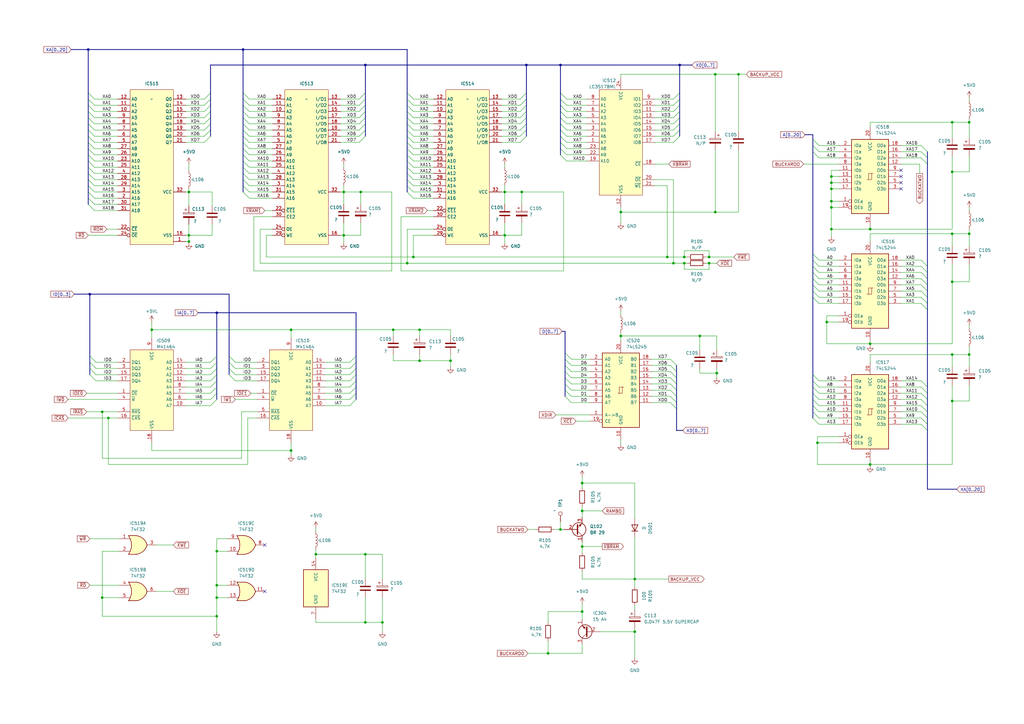
<source format=kicad_sch>
(kicad_sch (version 20230121) (generator eeschema)
  (paper "A3")
  (title_block (date "2023-11-01") (rev "1.0") (comment 1 "Reverse engineered from original PWA-3285-A board by Cosam") (comment 3 "WORK IN PROGRESS"))
  (junction (at 276.225 107.95))
  (junction (at 229.87 217.17))
  (junction (at 147.955 78.74))
  (junction (at 77.47 96.52))
  (junction (at 169.545 105.41))
  (junction (at 88.9 226.06))
  (junction (at 207.01 96.52))
  (junction (at 88.9 245.11))
  (junction (at 77.47 78.74))
  (junction (at 156.845 255.27))
  (junction (at 340.995 93.98))
  (junction (at 390.525 115.57))
  (junction (at 397.51 50.165))
  (junction (at 287.02 137.795))
  (junction (at 290.83 105.41))
  (junction (at 260.35 259.08))
  (junction (at 238.76 250.825))
  (junction (at 172.085 147.955))
  (junction (at 340.995 85.09))
  (junction (at 390.525 50.165))
  (junction (at 254.635 86.995))
  (junction (at 36.83 120.65))
  (junction (at 184.785 147.955))
  (junction (at 213.995 78.74))
  (junction (at 390.525 164.465))
  (junction (at 41.91 168.91))
  (junction (at 41.91 245.11))
  (junction (at 99.695 20.32))
  (junction (at 340.995 82.55))
  (junction (at 238.76 224.155))
  (junction (at 340.995 77.47))
  (junction (at 260.35 237.49))
  (junction (at 390.525 145.415))
  (junction (at 254.635 137.795))
  (junction (at 88.9 252.73))
  (junction (at 62.23 135.255))
  (junction (at 167.005 107.95))
  (junction (at 293.37 30.48))
  (junction (at 224.79 267.97))
  (junction (at 161.29 135.255))
  (junction (at 340.995 72.39))
  (junction (at 119.38 135.255))
  (junction (at 390.525 70.485))
  (junction (at 339.09 132.08))
  (junction (at 129.54 227.33))
  (junction (at 356.87 190.5))
  (junction (at 278.765 26.67))
  (junction (at 356.87 140.97))
  (junction (at 140.97 96.52))
  (junction (at 44.45 171.45))
  (junction (at 397.51 95.885))
  (junction (at 140.97 78.74))
  (junction (at 356.87 93.98))
  (junction (at 77.47 99.06))
  (junction (at 335.28 181.61))
  (junction (at 302.895 30.48))
  (junction (at 149.86 26.67))
  (junction (at 215.9 26.67))
  (junction (at 390.525 95.885))
  (junction (at 294.005 153.035))
  (junction (at 88.9 128.27))
  (junction (at 397.51 145.415))
  (junction (at 207.01 78.74))
  (junction (at 238.76 198.12))
  (junction (at 149.86 255.27))
  (junction (at 273.685 105.41))
  (junction (at 293.37 86.995))
  (junction (at 280.67 105.41))
  (junction (at 280.67 107.95))
  (junction (at 172.085 135.255))
  (junction (at 340.995 74.93))
  (junction (at 149.86 227.33))
  (junction (at 238.76 209.55))
  (junction (at 88.9 240.03))
  (junction (at 290.83 107.95))
  (junction (at 119.38 184.785))
  (junction (at 36.195 20.32))
  (junction (at 229.87 26.67))
  (no_connect (at 369.57 74.93))
  (no_connect (at 369.57 69.85))
  (no_connect (at 369.57 72.39))
  (no_connect (at 108.585 223.52))
  (no_connect (at 108.585 242.57))
  (no_connect (at 369.57 77.47))
  (bus_entry (at 333.375 163.83) (size 2.54 2.54))
  (bus_entry (at 333.375 153.67) (size 2.54 2.54))
  (bus_entry (at 36.195 38.1) (size 2.54 2.54))
  (bus_entry (at 167.005 45.72) (size 2.54 2.54))
  (bus_entry (at 333.375 156.21) (size 2.54 2.54))
  (bus_entry (at 86.36 43.18) (size -2.54 2.54))
  (bus_entry (at 86.36 158.75) (size 2.54 -2.54))
  (bus_entry (at 277.495 160.02) (size -2.54 -2.54))
  (bus_entry (at 99.695 53.34) (size 2.54 2.54))
  (bus_entry (at 36.195 78.74) (size 2.54 2.54))
  (bus_entry (at 231.775 147.32) (size 2.54 2.54))
  (bus_entry (at 333.375 119.38) (size 2.54 2.54))
  (bus_entry (at 99.695 78.74) (size 2.54 2.54))
  (bus_entry (at 380.365 173.99) (size -2.54 -2.54))
  (bus_entry (at 143.51 156.21) (size 2.54 -2.54))
  (bus_entry (at 380.365 166.37) (size -2.54 -2.54))
  (bus_entry (at 215.9 38.1) (size -2.54 2.54))
  (bus_entry (at 36.195 53.34) (size 2.54 2.54))
  (bus_entry (at 229.87 38.1) (size 2.54 2.54))
  (bus_entry (at 99.695 60.96) (size 2.54 2.54))
  (bus_entry (at 86.36 156.21) (size 2.54 -2.54))
  (bus_entry (at 231.775 144.78) (size 2.54 2.54))
  (bus_entry (at 380.365 109.22) (size -2.54 -2.54))
  (bus_entry (at 36.195 63.5) (size 2.54 2.54))
  (bus_entry (at 229.87 60.96) (size 2.54 2.54))
  (bus_entry (at 143.51 153.67) (size 2.54 -2.54))
  (bus_entry (at 333.375 59.69) (size 2.54 2.54))
  (bus_entry (at 36.195 66.04) (size 2.54 2.54))
  (bus_entry (at 229.87 45.72) (size 2.54 2.54))
  (bus_entry (at 99.695 55.88) (size 2.54 2.54))
  (bus_entry (at 333.375 106.68) (size 2.54 2.54))
  (bus_entry (at 380.365 163.83) (size -2.54 -2.54))
  (bus_entry (at 380.365 114.3) (size -2.54 -2.54))
  (bus_entry (at 167.005 38.1) (size 2.54 2.54))
  (bus_entry (at 167.005 43.18) (size 2.54 2.54))
  (bus_entry (at 167.005 48.26) (size 2.54 2.54))
  (bus_entry (at 36.195 81.28) (size 2.54 2.54))
  (bus_entry (at 278.765 50.8) (size -2.54 2.54))
  (bus_entry (at 333.375 109.22) (size 2.54 2.54))
  (bus_entry (at 143.51 151.13) (size 2.54 -2.54))
  (bus_entry (at 167.005 50.8) (size 2.54 2.54))
  (bus_entry (at 277.495 167.64) (size -2.54 -2.54))
  (bus_entry (at 96.52 156.21) (size -2.54 -2.54))
  (bus_entry (at 229.87 40.64) (size 2.54 2.54))
  (bus_entry (at 86.36 50.8) (size -2.54 2.54))
  (bus_entry (at 380.365 119.38) (size -2.54 -2.54))
  (bus_entry (at 167.005 60.96) (size 2.54 2.54))
  (bus_entry (at 86.36 48.26) (size -2.54 2.54))
  (bus_entry (at 36.195 73.66) (size 2.54 2.54))
  (bus_entry (at 380.365 168.91) (size -2.54 -2.54))
  (bus_entry (at 143.51 163.83) (size 2.54 -2.54))
  (bus_entry (at 333.375 104.14) (size 2.54 2.54))
  (bus_entry (at 277.495 154.94) (size -2.54 -2.54))
  (bus_entry (at 99.695 48.26) (size 2.54 2.54))
  (bus_entry (at 231.775 162.56) (size 2.54 2.54))
  (bus_entry (at 333.375 166.37) (size 2.54 2.54))
  (bus_entry (at 149.86 55.88) (size -2.54 2.54))
  (bus_entry (at 380.365 116.84) (size -2.54 -2.54))
  (bus_entry (at 229.87 63.5) (size 2.54 2.54))
  (bus_entry (at 167.005 58.42) (size 2.54 2.54))
  (bus_entry (at 99.695 68.58) (size 2.54 2.54))
  (bus_entry (at 86.36 163.83) (size 2.54 -2.54))
  (bus_entry (at 99.695 40.64) (size 2.54 2.54))
  (bus_entry (at 277.495 162.56) (size -2.54 -2.54))
  (bus_entry (at 333.375 121.92) (size 2.54 2.54))
  (bus_entry (at 215.9 40.64) (size -2.54 2.54))
  (bus_entry (at 86.36 40.64) (size -2.54 2.54))
  (bus_entry (at 333.375 168.91) (size 2.54 2.54))
  (bus_entry (at 380.365 111.76) (size -2.54 -2.54))
  (bus_entry (at 278.765 53.34) (size -2.54 2.54))
  (bus_entry (at 36.195 45.72) (size 2.54 2.54))
  (bus_entry (at 86.36 38.1) (size -2.54 2.54))
  (bus_entry (at 143.51 166.37) (size 2.54 -2.54))
  (bus_entry (at 167.005 71.12) (size 2.54 2.54))
  (bus_entry (at 333.375 62.23) (size 2.54 2.54))
  (bus_entry (at 278.765 45.72) (size -2.54 2.54))
  (bus_entry (at 86.36 45.72) (size -2.54 2.54))
  (bus_entry (at 36.195 50.8) (size 2.54 2.54))
  (bus_entry (at 99.695 45.72) (size 2.54 2.54))
  (bus_entry (at 167.005 73.66) (size 2.54 2.54))
  (bus_entry (at 86.36 55.88) (size -2.54 2.54))
  (bus_entry (at 278.765 48.26) (size -2.54 2.54))
  (bus_entry (at 215.9 45.72) (size -2.54 2.54))
  (bus_entry (at 278.765 40.64) (size -2.54 2.54))
  (bus_entry (at 39.37 153.67) (size -2.54 -2.54))
  (bus_entry (at 143.51 158.75) (size 2.54 -2.54))
  (bus_entry (at 231.775 154.94) (size 2.54 2.54))
  (bus_entry (at 333.375 171.45) (size 2.54 2.54))
  (bus_entry (at 86.36 153.67) (size 2.54 -2.54))
  (bus_entry (at 215.9 50.8) (size -2.54 2.54))
  (bus_entry (at 333.375 114.3) (size 2.54 2.54))
  (bus_entry (at 167.005 78.74) (size 2.54 2.54))
  (bus_entry (at 99.695 73.66) (size 2.54 2.54))
  (bus_entry (at 380.365 62.23) (size -2.54 -2.54))
  (bus_entry (at 39.37 156.21) (size -2.54 -2.54))
  (bus_entry (at 99.695 43.18) (size 2.54 2.54))
  (bus_entry (at 167.005 55.88) (size 2.54 2.54))
  (bus_entry (at 149.86 53.34) (size -2.54 2.54))
  (bus_entry (at 149.86 40.64) (size -2.54 2.54))
  (bus_entry (at 36.195 83.82) (size 2.54 2.54))
  (bus_entry (at 86.36 161.29) (size 2.54 -2.54))
  (bus_entry (at 86.36 148.59) (size 2.54 -2.54))
  (bus_entry (at 229.87 50.8) (size 2.54 2.54))
  (bus_entry (at 167.005 53.34) (size 2.54 2.54))
  (bus_entry (at 380.365 176.53) (size -2.54 -2.54))
  (bus_entry (at 380.365 67.31) (size -2.54 -2.54))
  (bus_entry (at 277.495 152.4) (size -2.54 -2.54))
  (bus_entry (at 231.775 152.4) (size 2.54 2.54))
  (bus_entry (at 96.52 148.59) (size -2.54 -2.54))
  (bus_entry (at 277.495 149.86) (size -2.54 -2.54))
  (bus_entry (at 380.365 171.45) (size -2.54 -2.54))
  (bus_entry (at 167.005 63.5) (size 2.54 2.54))
  (bus_entry (at 231.775 149.86) (size 2.54 2.54))
  (bus_entry (at 149.86 45.72) (size -2.54 2.54))
  (bus_entry (at 380.365 124.46) (size -2.54 -2.54))
  (bus_entry (at 278.765 55.88) (size -2.54 2.54))
  (bus_entry (at 231.775 157.48) (size 2.54 2.54))
  (bus_entry (at 39.37 148.59) (size -2.54 -2.54))
  (bus_entry (at 36.195 71.12) (size 2.54 2.54))
  (bus_entry (at 149.86 50.8) (size -2.54 2.54))
  (bus_entry (at 167.005 40.64) (size 2.54 2.54))
  (bus_entry (at 167.005 66.04) (size 2.54 2.54))
  (bus_entry (at 36.195 68.58) (size 2.54 2.54))
  (bus_entry (at 99.695 50.8) (size 2.54 2.54))
  (bus_entry (at 277.495 157.48) (size -2.54 -2.54))
  (bus_entry (at 333.375 161.29) (size 2.54 2.54))
  (bus_entry (at 229.87 43.18) (size 2.54 2.54))
  (bus_entry (at 36.195 58.42) (size 2.54 2.54))
  (bus_entry (at 333.375 116.84) (size 2.54 2.54))
  (bus_entry (at 99.695 66.04) (size 2.54 2.54))
  (bus_entry (at 229.87 53.34) (size 2.54 2.54))
  (bus_entry (at 36.195 43.18) (size 2.54 2.54))
  (bus_entry (at 143.51 161.29) (size 2.54 -2.54))
  (bus_entry (at 99.695 71.12) (size 2.54 2.54))
  (bus_entry (at 215.9 48.26) (size -2.54 2.54))
  (bus_entry (at 167.005 76.2) (size 2.54 2.54))
  (bus_entry (at 149.86 38.1) (size -2.54 2.54))
  (bus_entry (at 86.36 151.13) (size 2.54 -2.54))
  (bus_entry (at 215.9 43.18) (size -2.54 2.54))
  (bus_entry (at 149.86 43.18) (size -2.54 2.54))
  (bus_entry (at 229.87 58.42) (size 2.54 2.54))
  (bus_entry (at 278.765 43.18) (size -2.54 2.54))
  (bus_entry (at 167.005 68.58) (size 2.54 2.54))
  (bus_entry (at 86.36 53.34) (size -2.54 2.54))
  (bus_entry (at 149.86 48.26) (size -2.54 2.54))
  (bus_entry (at 36.195 76.2) (size 2.54 2.54))
  (bus_entry (at 99.695 76.2) (size 2.54 2.54))
  (bus_entry (at 215.9 53.34) (size -2.54 2.54))
  (bus_entry (at 143.51 148.59) (size 2.54 -2.54))
  (bus_entry (at 277.495 165.1) (size -2.54 -2.54))
  (bus_entry (at 231.775 160.02) (size 2.54 2.54))
  (bus_entry (at 380.365 158.75) (size -2.54 -2.54))
  (bus_entry (at 229.87 55.88) (size 2.54 2.54))
  (bus_entry (at 278.765 38.1) (size -2.54 2.54))
  (bus_entry (at 86.36 166.37) (size 2.54 -2.54))
  (bus_entry (at 333.375 57.15) (size 2.54 2.54))
  (bus_entry (at 99.695 58.42) (size 2.54 2.54))
  (bus_entry (at 380.365 121.92) (size -2.54 -2.54))
  (bus_entry (at 96.52 153.67) (size -2.54 -2.54))
  (bus_entry (at 380.365 64.77) (size -2.54 -2.54))
  (bus_entry (at 99.695 38.1) (size 2.54 2.54))
  (bus_entry (at 333.375 158.75) (size 2.54 2.54))
  (bus_entry (at 36.195 60.96) (size 2.54 2.54))
  (bus_entry (at 36.195 55.88) (size 2.54 2.54))
  (bus_entry (at 36.195 48.26) (size 2.54 2.54))
  (bus_entry (at 333.375 111.76) (size 2.54 2.54))
  (bus_entry (at 96.52 151.13) (size -2.54 -2.54))
  (bus_entry (at 39.37 151.13) (size -2.54 -2.54))
  (bus_entry (at 380.365 127) (size -2.54 -2.54))
  (bus_entry (at 99.695 63.5) (size 2.54 2.54))
  (bus_entry (at 215.9 55.88) (size -2.54 2.54))
  (bus_entry (at 380.365 161.29) (size -2.54 -2.54))
  (bus_entry (at 36.195 40.64) (size 2.54 2.54))
  (bus_entry (at 229.87 48.26) (size 2.54 2.54))
  (wire (pts (xy 335.915 121.92) (xy 344.17 121.92)))
  (bus (pts (xy 36.83 151.13) (xy 36.83 153.67)))
  (wire (pts (xy 140.97 78.74) (xy 140.97 76.2)))
  (bus (pts (xy 215.9 50.8) (xy 215.9 48.26)))
  (bus (pts (xy 88.9 161.29) (xy 88.9 163.83)))
  (bus (pts (xy 392.43 200.66) (xy 380.365 200.66)))
  (wire (pts (xy 238.76 224.155) (xy 238.76 226.695)))
  (wire (pts (xy 140.97 96.52) (xy 147.955 96.52)))
  (wire (pts (xy 64.135 223.52) (xy 71.12 223.52)))
  (bus (pts (xy 36.195 50.8) (xy 36.195 48.26)))
  (wire (pts (xy 238.76 198.12) (xy 238.76 200.025)))
  (wire (pts (xy 76.2 163.83) (xy 86.36 163.83)))
  (wire (pts (xy 156.845 255.27) (xy 156.845 259.08)))
  (wire (pts (xy 76.2 58.42) (xy 83.82 58.42)))
  (bus (pts (xy 167.005 76.2) (xy 167.005 78.74)))
  (wire (pts (xy 102.235 63.5) (xy 111.76 63.5)))
  (wire (pts (xy 238.76 224.155) (xy 247.015 224.155)))
  (wire (pts (xy 169.545 78.74) (xy 177.8 78.74)))
  (wire (pts (xy 397.51 93.98) (xy 397.51 95.885)))
  (wire (pts (xy 302.895 30.48) (xy 306.07 30.48)))
  (bus (pts (xy 149.86 45.72) (xy 149.86 43.18)))
  (wire (pts (xy 335.915 114.3) (xy 344.17 114.3)))
  (wire (pts (xy 38.735 81.28) (xy 48.26 81.28)))
  (bus (pts (xy 231.775 135.89) (xy 230.505 135.89)))
  (bus (pts (xy 88.9 146.05) (xy 88.9 148.59)))
  (wire (pts (xy 161.29 147.955) (xy 161.29 145.415)))
  (wire (pts (xy 377.825 62.23) (xy 369.57 62.23)))
  (wire (pts (xy 160.655 111.125) (xy 104.14 111.125)))
  (wire (pts (xy 62.23 181.61) (xy 62.23 184.785)))
  (bus (pts (xy 277.495 149.86) (xy 277.495 152.4)))
  (wire (pts (xy 377.825 163.83) (xy 369.57 163.83)))
  (bus (pts (xy 149.86 50.8) (xy 149.86 48.26)))
  (wire (pts (xy 302.895 86.995) (xy 293.37 86.995)))
  (wire (pts (xy 38.735 66.04) (xy 48.26 66.04)))
  (bus (pts (xy 333.375 109.22) (xy 333.375 111.76)))
  (wire (pts (xy 232.41 60.96) (xy 240.665 60.96)))
  (wire (pts (xy 172.085 135.255) (xy 184.785 135.255)))
  (wire (pts (xy 344.17 181.61) (xy 335.28 181.61)))
  (bus (pts (xy 86.36 48.26) (xy 86.36 45.72)))
  (bus (pts (xy 229.87 48.26) (xy 229.87 50.8)))
  (bus (pts (xy 93.98 146.05) (xy 93.98 120.65)))
  (bus (pts (xy 229.87 26.67) (xy 229.87 38.1)))
  (wire (pts (xy 238.76 207.645) (xy 238.76 209.55)))
  (wire (pts (xy 133.35 148.59) (xy 143.51 148.59)))
  (wire (pts (xy 139.7 50.8) (xy 147.32 50.8)))
  (bus (pts (xy 99.695 76.2) (xy 99.695 78.74)))
  (wire (pts (xy 41.91 252.73) (xy 88.9 252.73)))
  (wire (pts (xy 390.525 50.165) (xy 397.51 50.165)))
  (wire (pts (xy 129.54 254) (xy 129.54 255.27)))
  (wire (pts (xy 76.2 40.64) (xy 83.82 40.64)))
  (bus (pts (xy 167.005 66.04) (xy 167.005 68.58)))
  (wire (pts (xy 390.525 108.585) (xy 390.525 115.57)))
  (bus (pts (xy 86.36 55.88) (xy 86.36 53.34)))
  (wire (pts (xy 397.51 164.465) (xy 397.51 158.115)))
  (wire (pts (xy 377.825 173.99) (xy 369.57 173.99)))
  (wire (pts (xy 390.525 70.485) (xy 390.525 64.135)))
  (wire (pts (xy 139.7 55.88) (xy 147.32 55.88)))
  (wire (pts (xy 129.54 227.33) (xy 129.54 228.6)))
  (wire (pts (xy 133.35 156.21) (xy 143.51 156.21)))
  (wire (pts (xy 102.235 58.42) (xy 111.76 58.42)))
  (bus (pts (xy 36.195 40.64) (xy 36.195 38.1)))
  (wire (pts (xy 232.41 43.18) (xy 240.665 43.18)))
  (wire (pts (xy 175.26 86.36) (xy 177.8 86.36)))
  (wire (pts (xy 205.74 96.52) (xy 207.01 96.52)))
  (wire (pts (xy 38.735 45.72) (xy 48.26 45.72)))
  (wire (pts (xy 156.845 227.33) (xy 149.86 227.33)))
  (wire (pts (xy 260.35 198.12) (xy 260.35 212.725)))
  (wire (pts (xy 76.2 148.59) (xy 86.36 148.59)))
  (wire (pts (xy 76.2 55.88) (xy 83.82 55.88)))
  (wire (pts (xy 102.235 60.96) (xy 111.76 60.96)))
  (wire (pts (xy 160.655 78.74) (xy 160.655 111.125)))
  (bus (pts (xy 333.375 166.37) (xy 333.375 168.91)))
  (bus (pts (xy 167.005 40.64) (xy 167.005 43.18)))
  (wire (pts (xy 216.535 267.97) (xy 224.79 267.97)))
  (wire (pts (xy 172.085 145.415) (xy 172.085 147.955)))
  (wire (pts (xy 335.915 161.29) (xy 344.17 161.29)))
  (wire (pts (xy 76.2 53.34) (xy 83.82 53.34)))
  (wire (pts (xy 139.7 43.18) (xy 147.32 43.18)))
  (wire (pts (xy 224.79 255.27) (xy 224.79 250.825)))
  (wire (pts (xy 397.51 145.415) (xy 397.51 150.495)))
  (bus (pts (xy 380.365 127) (xy 380.365 158.75)))
  (wire (pts (xy 205.74 58.42) (xy 213.36 58.42)))
  (wire (pts (xy 377.825 161.29) (xy 369.57 161.29)))
  (bus (pts (xy 36.195 76.2) (xy 36.195 73.66)))
  (bus (pts (xy 36.195 20.32) (xy 99.695 20.32)))
  (wire (pts (xy 254.635 86.995) (xy 254.635 91.44)))
  (wire (pts (xy 164.465 111.125) (xy 164.465 88.9)))
  (wire (pts (xy 101.6 190.5) (xy 101.6 171.45)))
  (wire (pts (xy 164.465 88.9) (xy 177.8 88.9)))
  (wire (pts (xy 184.785 135.255) (xy 184.785 137.795)))
  (bus (pts (xy 36.195 45.72) (xy 36.195 43.18)))
  (wire (pts (xy 44.45 171.45) (xy 44.45 190.5)))
  (wire (pts (xy 268.605 53.34) (xy 276.225 53.34)))
  (bus (pts (xy 36.83 120.65) (xy 93.98 120.65)))
  (wire (pts (xy 377.825 156.21) (xy 369.57 156.21)))
  (wire (pts (xy 161.29 147.955) (xy 172.085 147.955)))
  (wire (pts (xy 268.605 58.42) (xy 276.225 58.42)))
  (bus (pts (xy 36.195 68.58) (xy 36.195 66.04)))
  (wire (pts (xy 377.825 59.69) (xy 369.57 59.69)))
  (wire (pts (xy 273.685 105.41) (xy 169.545 105.41)))
  (wire (pts (xy 335.915 156.21) (xy 344.17 156.21)))
  (wire (pts (xy 356.87 95.885) (xy 390.525 95.885)))
  (wire (pts (xy 335.915 158.75) (xy 344.17 158.75)))
  (wire (pts (xy 356.87 148.59) (xy 356.87 145.415)))
  (wire (pts (xy 213.995 96.52) (xy 213.995 91.44)))
  (wire (pts (xy 36.83 220.98) (xy 48.895 220.98)))
  (wire (pts (xy 397.51 85.09) (xy 397.51 86.36)))
  (wire (pts (xy 76.2 50.8) (xy 83.82 50.8)))
  (wire (pts (xy 88.9 226.06) (xy 93.345 226.06)))
  (wire (pts (xy 213.995 78.74) (xy 213.995 83.82)))
  (wire (pts (xy 76.2 151.13) (xy 86.36 151.13)))
  (wire (pts (xy 147.955 78.74) (xy 147.955 83.82)))
  (wire (pts (xy 335.915 173.99) (xy 344.17 173.99)))
  (wire (pts (xy 390.525 50.165) (xy 390.525 56.515)))
  (wire (pts (xy 234.315 152.4) (xy 241.935 152.4)))
  (bus (pts (xy 231.775 162.56) (xy 231.775 160.02)))
  (wire (pts (xy 86.995 78.74) (xy 86.995 84.455)))
  (wire (pts (xy 268.605 50.8) (xy 276.225 50.8)))
  (wire (pts (xy 276.225 107.95) (xy 276.225 73.66)))
  (wire (pts (xy 104.14 88.9) (xy 111.76 88.9)))
  (bus (pts (xy 146.05 158.75) (xy 146.05 156.21)))
  (wire (pts (xy 38.735 50.8) (xy 48.26 50.8)))
  (wire (pts (xy 356.87 93.98) (xy 340.995 93.98)))
  (wire (pts (xy 62.23 138.43) (xy 62.23 135.255)))
  (wire (pts (xy 254.635 127.635) (xy 254.635 128.905)))
  (wire (pts (xy 161.29 135.255) (xy 172.085 135.255)))
  (wire (pts (xy 169.545 66.04) (xy 177.8 66.04)))
  (wire (pts (xy 205.74 53.34) (xy 213.36 53.34)))
  (bus (pts (xy 333.375 104.14) (xy 333.375 106.68)))
  (wire (pts (xy 231.14 111.125) (xy 164.465 111.125)))
  (bus (pts (xy 146.05 161.29) (xy 146.05 158.75)))
  (wire (pts (xy 232.41 53.34) (xy 240.665 53.34)))
  (wire (pts (xy 234.315 162.56) (xy 241.935 162.56)))
  (wire (pts (xy 96.52 156.21) (xy 105.41 156.21)))
  (bus (pts (xy 167.005 48.26) (xy 167.005 50.8)))
  (wire (pts (xy 86.995 96.52) (xy 86.995 92.075)))
  (wire (pts (xy 280.67 107.95) (xy 276.225 107.95)))
  (bus (pts (xy 380.365 67.31) (xy 380.365 109.22)))
  (wire (pts (xy 38.735 71.12) (xy 48.26 71.12)))
  (wire (pts (xy 294.005 143.51) (xy 294.005 137.795)))
  (wire (pts (xy 238.76 222.25) (xy 238.76 224.155)))
  (wire (pts (xy 207.01 96.52) (xy 207.01 99.695)))
  (bus (pts (xy 229.87 50.8) (xy 229.87 53.34)))
  (bus (pts (xy 99.695 50.8) (xy 99.695 53.34)))
  (wire (pts (xy 224.79 267.97) (xy 224.79 262.89)))
  (wire (pts (xy 390.525 164.465) (xy 397.51 164.465)))
  (bus (pts (xy 36.83 120.65) (xy 36.83 146.05)))
  (wire (pts (xy 207.01 78.74) (xy 207.01 83.82)))
  (bus (pts (xy 99.695 63.5) (xy 99.695 66.04)))
  (wire (pts (xy 156.845 255.27) (xy 149.86 255.27)))
  (wire (pts (xy 184.785 145.415) (xy 184.785 147.955)))
  (wire (pts (xy 293.37 30.48) (xy 293.37 53.975)))
  (wire (pts (xy 397.51 40.005) (xy 397.51 41.275)))
  (wire (pts (xy 102.235 73.66) (xy 111.76 73.66)))
  (wire (pts (xy 44.45 190.5) (xy 101.6 190.5)))
  (wire (pts (xy 268.605 43.18) (xy 276.225 43.18)))
  (wire (pts (xy 340.995 85.09) (xy 344.17 85.09)))
  (bus (pts (xy 86.36 45.72) (xy 86.36 43.18)))
  (bus (pts (xy 231.775 157.48) (xy 231.775 154.94)))
  (wire (pts (xy 139.7 45.72) (xy 147.32 45.72)))
  (wire (pts (xy 377.825 106.68) (xy 369.57 106.68)))
  (wire (pts (xy 276.225 73.66) (xy 268.605 73.66)))
  (bus (pts (xy 229.87 60.96) (xy 229.87 63.5)))
  (wire (pts (xy 119.38 184.785) (xy 119.38 181.61)))
  (wire (pts (xy 207.01 78.74) (xy 213.995 78.74)))
  (wire (pts (xy 41.91 187.96) (xy 41.91 168.91)))
  (wire (pts (xy 377.825 109.22) (xy 369.57 109.22)))
  (bus (pts (xy 86.36 26.67) (xy 149.86 26.67)))
  (wire (pts (xy 335.28 190.5) (xy 335.28 181.61)))
  (wire (pts (xy 38.735 40.64) (xy 48.26 40.64)))
  (wire (pts (xy 227.33 217.17) (xy 229.87 217.17)))
  (bus (pts (xy 36.195 53.34) (xy 36.195 50.8)))
  (wire (pts (xy 76.2 153.67) (xy 86.36 153.67)))
  (wire (pts (xy 207.01 76.2) (xy 207.01 78.74)))
  (bus (pts (xy 99.695 20.32) (xy 167.005 20.32)))
  (wire (pts (xy 35.56 168.91) (xy 41.91 168.91)))
  (wire (pts (xy 356.87 189.23) (xy 356.87 190.5)))
  (wire (pts (xy 390.525 145.415) (xy 390.525 150.495)))
  (wire (pts (xy 356.87 52.07) (xy 356.87 50.165)))
  (wire (pts (xy 169.545 60.96) (xy 177.8 60.96)))
  (wire (pts (xy 294.005 107.95) (xy 290.83 107.95)))
  (wire (pts (xy 397.51 133.35) (xy 397.51 134.62)))
  (bus (pts (xy 333.375 161.29) (xy 333.375 163.83)))
  (bus (pts (xy 231.775 149.86) (xy 231.775 147.32)))
  (wire (pts (xy 234.315 165.1) (xy 241.935 165.1)))
  (bus (pts (xy 86.36 53.34) (xy 86.36 50.8)))
  (wire (pts (xy 167.005 107.95) (xy 167.005 93.98)))
  (bus (pts (xy 278.765 26.67) (xy 283.845 26.67)))
  (bus (pts (xy 277.495 154.94) (xy 277.495 157.48)))
  (wire (pts (xy 133.35 161.29) (xy 143.51 161.29)))
  (wire (pts (xy 356.87 190.5) (xy 335.28 190.5)))
  (bus (pts (xy 277.495 167.64) (xy 277.495 176.53)))
  (wire (pts (xy 335.28 181.61) (xy 335.28 179.07)))
  (bus (pts (xy 333.375 158.75) (xy 333.375 161.29)))
  (bus (pts (xy 36.195 73.66) (xy 36.195 71.12)))
  (wire (pts (xy 76.2 161.29) (xy 86.36 161.29)))
  (wire (pts (xy 267.335 147.32) (xy 274.955 147.32)))
  (bus (pts (xy 36.195 48.26) (xy 36.195 45.72)))
  (wire (pts (xy 35.56 161.29) (xy 48.26 161.29)))
  (wire (pts (xy 77.47 78.74) (xy 86.995 78.74)))
  (wire (pts (xy 339.09 140.97) (xy 356.87 140.97)))
  (wire (pts (xy 340.995 85.09) (xy 340.995 82.55)))
  (bus (pts (xy 88.9 156.21) (xy 88.9 158.75)))
  (wire (pts (xy 119.38 135.255) (xy 161.29 135.255)))
  (bus (pts (xy 380.365 127) (xy 380.365 124.46)))
  (bus (pts (xy 167.005 60.96) (xy 167.005 63.5)))
  (bus (pts (xy 167.005 20.32) (xy 167.005 38.1)))
  (wire (pts (xy 77.47 67.31) (xy 77.47 69.85)))
  (bus (pts (xy 215.9 43.18) (xy 215.9 40.64)))
  (wire (pts (xy 111.76 96.52) (xy 109.22 96.52)))
  (wire (pts (xy 254.635 180.34) (xy 254.635 182.245)))
  (wire (pts (xy 169.545 96.52) (xy 177.8 96.52)))
  (bus (pts (xy 333.375 153.67) (xy 333.375 156.21)))
  (wire (pts (xy 88.9 245.11) (xy 88.9 252.73)))
  (wire (pts (xy 169.545 40.64) (xy 177.8 40.64)))
  (bus (pts (xy 36.195 81.28) (xy 36.195 78.74)))
  (bus (pts (xy 36.195 38.1) (xy 36.195 20.32)))
  (bus (pts (xy 380.365 116.84) (xy 380.365 114.3)))
  (bus (pts (xy 167.005 68.58) (xy 167.005 71.12)))
  (wire (pts (xy 340.995 69.85) (xy 344.17 69.85)))
  (wire (pts (xy 246.38 259.08) (xy 260.35 259.08)))
  (wire (pts (xy 169.545 48.26) (xy 177.8 48.26)))
  (wire (pts (xy 268.605 55.88) (xy 276.225 55.88)))
  (wire (pts (xy 102.235 43.18) (xy 111.76 43.18)))
  (wire (pts (xy 356.87 50.165) (xy 390.525 50.165)))
  (wire (pts (xy 38.735 68.58) (xy 48.26 68.58)))
  (bus (pts (xy 278.765 50.8) (xy 278.765 48.26)))
  (wire (pts (xy 156.845 237.49) (xy 156.845 227.33)))
  (wire (pts (xy 133.35 153.67) (xy 143.51 153.67)))
  (bus (pts (xy 231.775 160.02) (xy 231.775 157.48)))
  (bus (pts (xy 380.365 158.75) (xy 380.365 161.29)))
  (bus (pts (xy 88.9 158.75) (xy 88.9 161.29)))
  (wire (pts (xy 254.635 139.7) (xy 254.635 137.795)))
  (wire (pts (xy 260.35 237.49) (xy 260.35 240.665)))
  (wire (pts (xy 99.06 168.91) (xy 99.06 187.96)))
  (bus (pts (xy 167.005 43.18) (xy 167.005 45.72)))
  (wire (pts (xy 205.74 78.74) (xy 207.01 78.74)))
  (wire (pts (xy 344.17 129.54) (xy 339.09 129.54)))
  (bus (pts (xy 333.375 62.23) (xy 333.375 104.14)))
  (wire (pts (xy 140.97 96.52) (xy 140.97 99.695)))
  (wire (pts (xy 38.735 83.82) (xy 48.26 83.82)))
  (wire (pts (xy 62.23 135.255) (xy 62.23 132.08)))
  (wire (pts (xy 290.83 105.41) (xy 290.83 102.87)))
  (wire (pts (xy 172.085 135.255) (xy 172.085 137.795)))
  (wire (pts (xy 390.525 145.415) (xy 397.51 145.415)))
  (wire (pts (xy 335.915 111.76) (xy 344.17 111.76)))
  (wire (pts (xy 169.545 50.8) (xy 177.8 50.8)))
  (bus (pts (xy 88.9 151.13) (xy 88.9 153.67)))
  (wire (pts (xy 335.915 119.38) (xy 344.17 119.38)))
  (wire (pts (xy 38.735 76.2) (xy 48.26 76.2)))
  (bus (pts (xy 167.005 73.66) (xy 167.005 76.2)))
  (wire (pts (xy 377.825 64.77) (xy 369.57 64.77)))
  (bus (pts (xy 380.365 200.66) (xy 380.365 176.53)))
  (wire (pts (xy 76.2 158.75) (xy 86.36 158.75)))
  (bus (pts (xy 36.83 146.05) (xy 36.83 148.59)))
  (wire (pts (xy 390.525 115.57) (xy 390.525 140.97)))
  (bus (pts (xy 278.765 40.64) (xy 278.765 38.1)))
  (wire (pts (xy 207.01 91.44) (xy 207.01 96.52)))
  (bus (pts (xy 99.695 38.1) (xy 99.695 40.64)))
  (bus (pts (xy 231.775 144.78) (xy 231.775 135.89)))
  (bus (pts (xy 167.005 58.42) (xy 167.005 60.96)))
  (bus (pts (xy 167.005 45.72) (xy 167.005 48.26)))
  (wire (pts (xy 133.35 163.83) (xy 143.51 163.83)))
  (wire (pts (xy 207.01 67.31) (xy 207.01 68.58)))
  (wire (pts (xy 133.35 166.37) (xy 143.51 166.37)))
  (wire (pts (xy 238.76 237.49) (xy 260.35 237.49)))
  (bus (pts (xy 149.86 48.26) (xy 149.86 45.72)))
  (wire (pts (xy 294.005 137.795) (xy 287.02 137.795)))
  (wire (pts (xy 167.005 93.98) (xy 177.8 93.98)))
  (bus (pts (xy 380.365 166.37) (xy 380.365 163.83)))
  (wire (pts (xy 268.605 67.31) (xy 274.32 67.31)))
  (wire (pts (xy 390.525 140.97) (xy 356.87 140.97)))
  (wire (pts (xy 339.09 129.54) (xy 339.09 132.08)))
  (bus (pts (xy 333.375 114.3) (xy 333.375 116.84)))
  (wire (pts (xy 377.825 119.38) (xy 369.57 119.38)))
  (wire (pts (xy 268.605 40.64) (xy 276.225 40.64)))
  (wire (pts (xy 140.97 67.31) (xy 140.97 68.58)))
  (wire (pts (xy 339.09 132.08) (xy 339.09 140.97)))
  (wire (pts (xy 267.335 160.02) (xy 274.955 160.02)))
  (wire (pts (xy 356.87 190.5) (xy 356.87 191.135)))
  (wire (pts (xy 76.2 43.18) (xy 83.82 43.18)))
  (wire (pts (xy 76.2 166.37) (xy 86.36 166.37)))
  (wire (pts (xy 290.83 110.49) (xy 280.67 110.49)))
  (wire (pts (xy 119.38 135.255) (xy 119.38 138.43)))
  (wire (pts (xy 340.995 74.93) (xy 340.995 77.47)))
  (wire (pts (xy 335.915 109.22) (xy 344.17 109.22)))
  (wire (pts (xy 184.785 147.955) (xy 184.785 150.495)))
  (wire (pts (xy 102.235 53.34) (xy 111.76 53.34)))
  (wire (pts (xy 238.76 247.65) (xy 238.76 250.825)))
  (bus (pts (xy 231.775 152.4) (xy 231.775 149.86)))
  (bus (pts (xy 380.365 64.77) (xy 380.365 62.23)))
  (wire (pts (xy 106.68 93.98) (xy 111.76 93.98)))
  (wire (pts (xy 88.9 226.06) (xy 88.9 240.03)))
  (wire (pts (xy 260.35 257.81) (xy 260.35 259.08)))
  (wire (pts (xy 335.915 106.68) (xy 344.17 106.68)))
  (bus (pts (xy 146.05 146.05) (xy 146.05 128.27)))
  (wire (pts (xy 43.815 93.98) (xy 48.26 93.98)))
  (wire (pts (xy 254.635 86.995) (xy 293.37 86.995)))
  (wire (pts (xy 234.315 147.32) (xy 241.935 147.32)))
  (wire (pts (xy 216.535 217.17) (xy 219.71 217.17)))
  (wire (pts (xy 234.315 160.02) (xy 241.935 160.02)))
  (wire (pts (xy 38.735 60.96) (xy 48.26 60.96)))
  (wire (pts (xy 38.735 58.42) (xy 48.26 58.42)))
  (wire (pts (xy 335.915 62.23) (xy 344.17 62.23)))
  (wire (pts (xy 268.605 45.72) (xy 276.225 45.72)))
  (bus (pts (xy 215.9 40.64) (xy 215.9 38.1)))
  (bus (pts (xy 215.9 26.67) (xy 229.87 26.67)))
  (wire (pts (xy 232.41 63.5) (xy 240.665 63.5)))
  (wire (pts (xy 290.83 107.95) (xy 289.56 107.95)))
  (wire (pts (xy 38.735 55.88) (xy 48.26 55.88)))
  (bus (pts (xy 36.195 78.74) (xy 36.195 76.2)))
  (bus (pts (xy 86.36 26.67) (xy 86.36 38.1)))
  (wire (pts (xy 267.335 165.1) (xy 274.955 165.1)))
  (bus (pts (xy 93.98 146.05) (xy 93.98 148.59)))
  (wire (pts (xy 287.02 137.795) (xy 287.02 143.51)))
  (wire (pts (xy 129.54 216.535) (xy 129.54 217.805)))
  (wire (pts (xy 234.315 154.94) (xy 241.935 154.94)))
  (wire (pts (xy 38.735 48.26) (xy 48.26 48.26)))
  (wire (pts (xy 64.135 242.57) (xy 71.12 242.57)))
  (wire (pts (xy 169.545 63.5) (xy 177.8 63.5)))
  (bus (pts (xy 231.775 154.94) (xy 231.775 152.4)))
  (bus (pts (xy 330.2 55.245) (xy 333.375 55.245)))
  (wire (pts (xy 290.83 102.87) (xy 280.67 102.87)))
  (bus (pts (xy 149.86 53.34) (xy 149.86 50.8)))
  (wire (pts (xy 41.91 168.91) (xy 48.26 168.91)))
  (bus (pts (xy 167.005 55.88) (xy 167.005 58.42)))
  (bus (pts (xy 99.695 20.32) (xy 99.695 38.1)))
  (wire (pts (xy 147.955 96.52) (xy 147.955 91.44)))
  (wire (pts (xy 38.735 53.34) (xy 48.26 53.34)))
  (wire (pts (xy 232.41 55.88) (xy 240.665 55.88)))
  (wire (pts (xy 76.2 156.21) (xy 86.36 156.21)))
  (wire (pts (xy 139.7 53.34) (xy 147.32 53.34)))
  (bus (pts (xy 215.9 26.67) (xy 215.9 38.1)))
  (bus (pts (xy 333.375 55.245) (xy 333.375 57.15)))
  (bus (pts (xy 86.36 43.18) (xy 86.36 40.64)))
  (bus (pts (xy 30.48 120.65) (xy 36.83 120.65)))
  (wire (pts (xy 169.545 105.41) (xy 169.545 96.52)))
  (wire (pts (xy 377.825 166.37) (xy 369.57 166.37)))
  (wire (pts (xy 390.525 70.485) (xy 397.51 70.485)))
  (wire (pts (xy 377.825 116.84) (xy 369.57 116.84)))
  (wire (pts (xy 232.41 58.42) (xy 240.665 58.42)))
  (wire (pts (xy 369.57 67.31) (xy 377.19 67.31)))
  (wire (pts (xy 340.995 72.39) (xy 340.995 74.93)))
  (bus (pts (xy 167.005 71.12) (xy 167.005 73.66)))
  (wire (pts (xy 140.97 91.44) (xy 140.97 96.52)))
  (wire (pts (xy 62.23 135.255) (xy 119.38 135.255)))
  (wire (pts (xy 38.735 86.36) (xy 48.26 86.36)))
  (wire (pts (xy 227.965 170.18) (xy 241.935 170.18)))
  (wire (pts (xy 329.565 67.31) (xy 344.17 67.31)))
  (wire (pts (xy 88.9 220.98) (xy 88.9 226.06)))
  (wire (pts (xy 290.83 105.41) (xy 289.56 105.41)))
  (wire (pts (xy 77.47 96.52) (xy 86.995 96.52)))
  (wire (pts (xy 335.915 124.46) (xy 344.17 124.46)))
  (bus (pts (xy 86.36 40.64) (xy 86.36 38.1)))
  (bus (pts (xy 229.87 58.42) (xy 229.87 60.96)))
  (wire (pts (xy 102.87 161.29) (xy 105.41 161.29)))
  (bus (pts (xy 146.05 128.27) (xy 88.9 128.27)))
  (wire (pts (xy 77.47 92.075) (xy 77.47 96.52)))
  (wire (pts (xy 88.9 240.03) (xy 88.9 245.11)))
  (wire (pts (xy 140.97 78.74) (xy 147.955 78.74)))
  (wire (pts (xy 340.995 69.85) (xy 340.995 72.39)))
  (wire (pts (xy 293.37 86.995) (xy 293.37 61.595)))
  (bus (pts (xy 99.695 45.72) (xy 99.695 48.26)))
  (wire (pts (xy 140.97 78.74) (xy 140.97 83.82)))
  (bus (pts (xy 99.695 58.42) (xy 99.695 60.96)))
  (wire (pts (xy 294.005 151.13) (xy 294.005 153.035)))
  (wire (pts (xy 62.23 184.785) (xy 119.38 184.785)))
  (wire (pts (xy 232.41 48.26) (xy 240.665 48.26)))
  (wire (pts (xy 268.605 76.2) (xy 273.685 76.2)))
  (bus (pts (xy 277.495 152.4) (xy 277.495 154.94)))
  (wire (pts (xy 39.37 156.21) (xy 48.26 156.21)))
  (bus (pts (xy 333.375 163.83) (xy 333.375 166.37)))
  (bus (pts (xy 380.365 67.31) (xy 380.365 64.77)))
  (wire (pts (xy 232.41 45.72) (xy 240.665 45.72)))
  (wire (pts (xy 377.825 158.75) (xy 369.57 158.75)))
  (bus (pts (xy 36.195 58.42) (xy 36.195 55.88)))
  (wire (pts (xy 377.825 114.3) (xy 369.57 114.3)))
  (bus (pts (xy 99.695 71.12) (xy 99.695 73.66)))
  (bus (pts (xy 231.775 147.32) (xy 231.775 144.78)))
  (wire (pts (xy 397.51 108.585) (xy 397.51 115.57)))
  (wire (pts (xy 377.825 124.46) (xy 369.57 124.46)))
  (bus (pts (xy 88.9 153.67) (xy 88.9 156.21)))
  (wire (pts (xy 102.235 76.2) (xy 111.76 76.2)))
  (bus (pts (xy 277.495 162.56) (xy 277.495 165.1)))
  (wire (pts (xy 267.335 154.94) (xy 274.955 154.94)))
  (bus (pts (xy 146.05 148.59) (xy 146.05 146.05)))
  (bus (pts (xy 333.375 156.21) (xy 333.375 158.75)))
  (wire (pts (xy 41.91 245.11) (xy 48.895 245.11)))
  (wire (pts (xy 96.52 153.67) (xy 105.41 153.67)))
  (wire (pts (xy 254.635 30.48) (xy 293.37 30.48)))
  (bus (pts (xy 380.365 171.45) (xy 380.365 168.91)))
  (wire (pts (xy 36.83 240.03) (xy 48.895 240.03)))
  (wire (pts (xy 224.79 250.825) (xy 238.76 250.825)))
  (wire (pts (xy 88.9 240.03) (xy 93.345 240.03)))
  (wire (pts (xy 102.235 71.12) (xy 111.76 71.12)))
  (wire (pts (xy 390.525 158.115) (xy 390.525 164.465)))
  (wire (pts (xy 280.67 102.87) (xy 280.67 105.41)))
  (wire (pts (xy 169.545 43.18) (xy 177.8 43.18)))
  (wire (pts (xy 356.87 140.97) (xy 356.87 141.605)))
  (wire (pts (xy 339.09 132.08) (xy 344.17 132.08)))
  (bus (pts (xy 99.695 55.88) (xy 99.695 58.42)))
  (wire (pts (xy 38.735 63.5) (xy 48.26 63.5)))
  (bus (pts (xy 278.765 55.88) (xy 278.765 53.34)))
  (wire (pts (xy 169.545 76.2) (xy 177.8 76.2)))
  (wire (pts (xy 397.51 95.885) (xy 397.51 100.965)))
  (wire (pts (xy 260.35 248.285) (xy 260.35 250.19)))
  (wire (pts (xy 335.915 59.69) (xy 344.17 59.69)))
  (bus (pts (xy 149.86 43.18) (xy 149.86 40.64)))
  (wire (pts (xy 232.41 66.04) (xy 240.665 66.04)))
  (wire (pts (xy 335.915 171.45) (xy 344.17 171.45)))
  (wire (pts (xy 102.235 66.04) (xy 111.76 66.04)))
  (wire (pts (xy 108.585 86.36) (xy 111.76 86.36)))
  (bus (pts (xy 88.9 148.59) (xy 88.9 151.13)))
  (wire (pts (xy 290.83 107.95) (xy 290.83 110.49)))
  (wire (pts (xy 335.915 116.84) (xy 344.17 116.84)))
  (wire (pts (xy 88.9 245.11) (xy 93.345 245.11)))
  (wire (pts (xy 149.86 255.27) (xy 129.54 255.27)))
  (bus (pts (xy 36.195 43.18) (xy 36.195 40.64)))
  (wire (pts (xy 268.605 48.26) (xy 276.225 48.26)))
  (wire (pts (xy 229.87 217.17) (xy 231.14 217.17)))
  (bus (pts (xy 277.495 165.1) (xy 277.495 167.64)))
  (wire (pts (xy 205.74 48.26) (xy 213.36 48.26)))
  (wire (pts (xy 377.825 171.45) (xy 369.57 171.45)))
  (wire (pts (xy 169.545 55.88) (xy 177.8 55.88)))
  (wire (pts (xy 27.94 163.83) (xy 48.26 163.83)))
  (wire (pts (xy 335.915 166.37) (xy 344.17 166.37)))
  (wire (pts (xy 340.995 77.47) (xy 344.17 77.47)))
  (wire (pts (xy 293.37 30.48) (xy 302.895 30.48)))
  (bus (pts (xy 215.9 48.26) (xy 215.9 45.72)))
  (wire (pts (xy 273.685 76.2) (xy 273.685 105.41)))
  (wire (pts (xy 38.735 43.18) (xy 48.26 43.18)))
  (wire (pts (xy 280.67 110.49) (xy 280.67 107.95)))
  (bus (pts (xy 333.375 57.15) (xy 333.375 59.69)))
  (wire (pts (xy 260.35 259.08) (xy 260.35 269.875)))
  (wire (pts (xy 147.955 78.74) (xy 160.655 78.74)))
  (bus (pts (xy 146.05 153.67) (xy 146.05 151.13)))
  (wire (pts (xy 356.87 92.71) (xy 356.87 93.98)))
  (wire (pts (xy 205.74 45.72) (xy 213.36 45.72)))
  (wire (pts (xy 340.995 82.55) (xy 344.17 82.55)))
  (bus (pts (xy 229.87 26.67) (xy 278.765 26.67)))
  (bus (pts (xy 167.005 50.8) (xy 167.005 53.34)))
  (bus (pts (xy 93.98 151.13) (xy 93.98 153.67)))
  (bus (pts (xy 229.87 45.72) (xy 229.87 48.26)))
  (wire (pts (xy 101.6 171.45) (xy 105.41 171.45)))
  (wire (pts (xy 77.47 96.52) (xy 77.47 99.06)))
  (wire (pts (xy 287.02 153.035) (xy 287.02 151.13)))
  (wire (pts (xy 238.76 264.16) (xy 238.76 267.97)))
  (wire (pts (xy 397.51 142.24) (xy 397.51 145.415)))
  (bus (pts (xy 146.05 151.13) (xy 146.05 148.59)))
  (wire (pts (xy 105.41 163.83) (xy 96.52 163.83)))
  (wire (pts (xy 119.38 184.785) (xy 119.38 186.69)))
  (bus (pts (xy 278.765 53.34) (xy 278.765 50.8)))
  (wire (pts (xy 102.235 45.72) (xy 111.76 45.72)))
  (wire (pts (xy 109.22 105.41) (xy 169.545 105.41)))
  (wire (pts (xy 169.545 81.28) (xy 177.8 81.28)))
  (wire (pts (xy 76.2 45.72) (xy 83.82 45.72)))
  (bus (pts (xy 167.005 38.1) (xy 167.005 40.64)))
  (wire (pts (xy 88.9 252.73) (xy 88.9 259.08)))
  (wire (pts (xy 139.7 96.52) (xy 140.97 96.52)))
  (wire (pts (xy 41.91 226.06) (xy 41.91 245.11)))
  (wire (pts (xy 294.005 153.035) (xy 287.02 153.035)))
  (wire (pts (xy 39.37 151.13) (xy 48.26 151.13)))
  (wire (pts (xy 172.085 147.955) (xy 184.785 147.955)))
  (wire (pts (xy 254.635 31.75) (xy 254.635 30.48)))
  (wire (pts (xy 234.315 157.48) (xy 241.935 157.48)))
  (wire (pts (xy 77.47 99.06) (xy 77.47 99.695)))
  (wire (pts (xy 99.06 187.96) (xy 41.91 187.96)))
  (wire (pts (xy 340.995 93.98) (xy 340.995 85.09)))
  (wire (pts (xy 48.26 171.45) (xy 44.45 171.45)))
  (bus (pts (xy 229.87 53.34) (xy 229.87 55.88)))
  (wire (pts (xy 390.525 100.965) (xy 390.525 95.885)))
  (wire (pts (xy 390.525 93.98) (xy 390.525 70.485)))
  (wire (pts (xy 335.915 64.77) (xy 344.17 64.77)))
  (wire (pts (xy 335.28 179.07) (xy 344.17 179.07)))
  (bus (pts (xy 380.365 121.92) (xy 380.365 119.38)))
  (wire (pts (xy 238.76 250.825) (xy 238.76 254)))
  (bus (pts (xy 229.87 38.1) (xy 229.87 40.64)))
  (wire (pts (xy 340.995 93.98) (xy 340.995 97.155)))
  (wire (pts (xy 205.74 50.8) (xy 213.36 50.8)))
  (bus (pts (xy 215.9 53.34) (xy 215.9 50.8)))
  (wire (pts (xy 104.14 111.125) (xy 104.14 88.9)))
  (bus (pts (xy 215.9 55.88) (xy 215.9 53.34)))
  (bus (pts (xy 380.365 168.91) (xy 380.365 166.37)))
  (wire (pts (xy 356.87 145.415) (xy 390.525 145.415)))
  (bus (pts (xy 380.365 119.38) (xy 380.365 116.84)))
  (wire (pts (xy 397.51 50.165) (xy 397.51 48.895)))
  (wire (pts (xy 397.51 115.57) (xy 390.525 115.57)))
  (wire (pts (xy 169.545 73.66) (xy 177.8 73.66)))
  (wire (pts (xy 76.2 78.74) (xy 77.47 78.74)))
  (bus (pts (xy 88.9 128.27) (xy 88.9 146.05)))
  (wire (pts (xy 238.76 209.55) (xy 247.015 209.55)))
  (wire (pts (xy 205.74 40.64) (xy 213.36 40.64)))
  (bus (pts (xy 99.695 66.04) (xy 99.695 68.58)))
  (wire (pts (xy 76.2 99.06) (xy 77.47 99.06)))
  (wire (pts (xy 267.335 149.86) (xy 274.955 149.86)))
  (bus (pts (xy 278.765 26.67) (xy 278.765 38.1)))
  (wire (pts (xy 397.51 50.165) (xy 397.51 56.515)))
  (wire (pts (xy 169.545 58.42) (xy 177.8 58.42)))
  (bus (pts (xy 380.365 176.53) (xy 380.365 173.99)))
  (bus (pts (xy 36.195 71.12) (xy 36.195 68.58)))
  (wire (pts (xy 207.01 96.52) (xy 213.995 96.52)))
  (bus (pts (xy 146.05 163.83) (xy 146.05 161.29)))
  (wire (pts (xy 238.76 209.55) (xy 238.76 212.09)))
  (bus (pts (xy 380.365 109.22) (xy 380.365 111.76)))
  (wire (pts (xy 139.7 58.42) (xy 147.32 58.42)))
  (bus (pts (xy 333.375 168.91) (xy 333.375 171.45)))
  (wire (pts (xy 102.235 55.88) (xy 111.76 55.88)))
  (bus (pts (xy 86.36 50.8) (xy 86.36 48.26)))
  (bus (pts (xy 99.695 48.26) (xy 99.695 50.8)))
  (bus (pts (xy 277.495 157.48) (xy 277.495 160.02)))
  (wire (pts (xy 356.87 139.7) (xy 356.87 140.97)))
  (wire (pts (xy 302.895 61.595) (xy 302.895 86.995)))
  (wire (pts (xy 260.35 237.49) (xy 274.32 237.49)))
  (wire (pts (xy 267.335 157.48) (xy 274.955 157.48)))
  (bus (pts (xy 93.98 148.59) (xy 93.98 151.13)))
  (wire (pts (xy 38.735 78.74) (xy 48.26 78.74)))
  (wire (pts (xy 39.37 148.59) (xy 48.26 148.59)))
  (wire (pts (xy 340.995 77.47) (xy 340.995 82.55)))
  (bus (pts (xy 36.83 148.59) (xy 36.83 151.13)))
  (wire (pts (xy 139.7 78.74) (xy 140.97 78.74)))
  (bus (pts (xy 99.695 43.18) (xy 99.695 45.72)))
  (wire (pts (xy 102.235 40.64) (xy 111.76 40.64)))
  (bus (pts (xy 380.365 124.46) (xy 380.365 121.92)))
  (bus (pts (xy 99.695 60.96) (xy 99.695 63.5)))
  (bus (pts (xy 167.005 53.34) (xy 167.005 55.88)))
  (bus (pts (xy 149.86 40.64) (xy 149.86 38.1)))
  (wire (pts (xy 169.545 71.12) (xy 177.8 71.12)))
  (bus (pts (xy 380.365 114.3) (xy 380.365 111.76)))
  (wire (pts (xy 76.2 48.26) (xy 83.82 48.26)))
  (wire (pts (xy 102.235 78.74) (xy 111.76 78.74)))
  (wire (pts (xy 377.825 168.91) (xy 369.57 168.91)))
  (wire (pts (xy 232.41 50.8) (xy 240.665 50.8)))
  (wire (pts (xy 267.335 162.56) (xy 274.955 162.56)))
  (wire (pts (xy 139.7 40.64) (xy 147.32 40.64)))
  (bus (pts (xy 149.86 26.67) (xy 149.86 38.1)))
  (bus (pts (xy 36.195 20.32) (xy 29.21 20.32)))
  (wire (pts (xy 77.47 78.74) (xy 77.47 84.455)))
  (wire (pts (xy 38.735 73.66) (xy 48.26 73.66)))
  (wire (pts (xy 397.51 70.485) (xy 397.51 64.135)))
  (wire (pts (xy 149.86 255.27) (xy 149.86 245.11)))
  (wire (pts (xy 169.545 53.34) (xy 177.8 53.34)))
  (bus (pts (xy 99.695 73.66) (xy 99.695 76.2)))
  (wire (pts (xy 340.995 74.93) (xy 344.17 74.93)))
  (wire (pts (xy 356.87 190.5) (xy 390.525 190.5)))
  (wire (pts (xy 377.825 121.92) (xy 369.57 121.92)))
  (wire (pts (xy 238.76 195.58) (xy 238.76 198.12)))
  (bus (pts (xy 333.375 59.69) (xy 333.375 62.23)))
  (wire (pts (xy 149.86 227.33) (xy 149.86 237.49)))
  (wire (pts (xy 238.76 198.12) (xy 260.35 198.12)))
  (wire (pts (xy 205.74 55.88) (xy 213.36 55.88)))
  (bus (pts (xy 146.05 156.21) (xy 146.05 153.67)))
  (wire (pts (xy 335.915 168.91) (xy 344.17 168.91)))
  (bus (pts (xy 277.495 176.53) (xy 280.035 176.53)))
  (wire (pts (xy 377.19 67.31) (xy 377.19 71.12)))
  (bus (pts (xy 36.195 55.88) (xy 36.195 53.34)))
  (wire (pts (xy 169.545 45.72) (xy 177.8 45.72)))
  (wire (pts (xy 236.22 172.72) (xy 241.935 172.72)))
  (wire (pts (xy 254.635 85.09) (xy 254.635 86.995)))
  (wire (pts (xy 156.845 245.11) (xy 156.845 255.27)))
  (wire (pts (xy 238.76 234.315) (xy 238.76 237.49)))
  (wire (pts (xy 267.335 152.4) (xy 274.955 152.4)))
  (wire (pts (xy 294.005 153.035) (xy 294.005 154.94)))
  (bus (pts (xy 36.195 66.04) (xy 36.195 63.5)))
  (wire (pts (xy 39.37 153.67) (xy 48.26 153.67)))
  (bus (pts (xy 149.86 55.88) (xy 149.86 53.34)))
  (wire (pts (xy 234.315 149.86) (xy 241.935 149.86)))
  (wire (pts (xy 254.635 137.795) (xy 254.635 136.525)))
  (bus (pts (xy 99.695 53.34) (xy 99.695 55.88)))
  (wire (pts (xy 36.195 96.52) (xy 48.26 96.52)))
  (wire (pts (xy 300.99 105.41) (xy 290.83 105.41)))
  (wire (pts (xy 102.235 68.58) (xy 111.76 68.58)))
  (wire (pts (xy 133.35 158.75) (xy 143.51 158.75)))
  (wire (pts (xy 260.35 220.345) (xy 260.35 237.49)))
  (wire (pts (xy 129.54 227.33) (xy 149.86 227.33)))
  (bus (pts (xy 229.87 40.64) (xy 229.87 43.18)))
  (wire (pts (xy 377.825 111.76) (xy 369.57 111.76)))
  (wire (pts (xy 232.41 40.64) (xy 240.665 40.64)))
  (wire (pts (xy 129.54 225.425) (xy 129.54 227.33)))
  (wire (pts (xy 77.47 77.47) (xy 77.47 78.74)))
  (bus (pts (xy 333.375 111.76) (xy 333.375 114.3)))
  (wire (pts (xy 231.14 78.74) (xy 231.14 111.125)))
  (bus (pts (xy 333.375 106.68) (xy 333.375 109.22)))
  (wire (pts (xy 93.345 220.98) (xy 88.9 220.98)))
  (wire (pts (xy 96.52 151.13) (xy 105.41 151.13)))
  (bus (pts (xy 36.195 63.5) (xy 36.195 60.96)))
  (bus (pts (xy 36.195 60.96) (xy 36.195 58.42)))
  (wire (pts (xy 205.74 43.18) (xy 213.36 43.18)))
  (wire (pts (xy 41.91 245.11) (xy 41.91 252.73)))
  (wire (pts (xy 229.87 213.995) (xy 229.87 217.17)))
  (wire (pts (xy 105.41 168.91) (xy 99.06 168.91)))
  (wire (pts (xy 213.995 78.74) (xy 231.14 78.74)))
  (bus (pts (xy 99.695 40.64) (xy 99.695 43.18)))
  (bus (pts (xy 229.87 43.18) (xy 229.87 45.72)))
  (wire (pts (xy 280.67 105.41) (xy 273.685 105.41)))
  (bus (pts (xy 215.9 45.72) (xy 215.9 43.18)))
  (bus (pts (xy 333.375 116.84) (xy 333.375 119.38)))
  (wire (pts (xy 335.915 163.83) (xy 344.17 163.83)))
  (wire (pts (xy 224.79 267.97) (xy 238.76 267.97)))
  (wire (pts (xy 133.35 151.13) (xy 143.51 151.13)))
  (wire (pts (xy 340.995 72.39) (xy 344.17 72.39)))
  (wire (pts (xy 27.94 171.45) (xy 44.45 171.45)))
  (wire (pts (xy 390.525 164.465) (xy 390.525 190.5)))
  (bus (pts (xy 99.695 68.58) (xy 99.695 71.12)))
  (bus (pts (xy 380.365 163.83) (xy 380.365 161.29)))
  (bus (pts (xy 277.495 160.02) (xy 277.495 162.56)))
  (wire (pts (xy 281.94 107.95) (xy 280.67 107.95)))
  (wire (pts (xy 109.22 96.52) (xy 109.22 105.41)))
  (wire (pts (xy 76.2 96.52) (xy 77.47 96.52)))
  (wire (pts (xy 102.235 81.28) (xy 111.76 81.28)))
  (wire (pts (xy 106.68 93.98) (xy 106.68 107.95)))
  (bus (pts (xy 149.86 26.67) (xy 215.9 26.67)))
  (wire (pts (xy 139.7 48.26) (xy 147.32 48.26)))
  (wire (pts (xy 161.29 135.255) (xy 161.29 137.795)))
  (bus (pts (xy 167.005 63.5) (xy 167.005 66.04)))
  (bus (pts (xy 81.28 128.27) (xy 88.9 128.27)))
  (wire (pts (xy 48.895 226.06) (xy 41.91 226.06)))
  (wire (pts (xy 102.235 50.8) (xy 111.76 50.8)))
  (bus (pts (xy 278.765 45.72) (xy 278.765 43.18)))
  (wire (pts (xy 106.68 107.95) (xy 167.005 107.95)))
  (wire (pts (xy 287.02 137.795) (xy 254.635 137.795)))
  (wire (pts (xy 356.87 99.06) (xy 356.87 95.885)))
  (bus (pts (xy 278.765 48.26) (xy 278.765 45.72)))
  (bus (pts (xy 229.87 55.88) (xy 229.87 58.42)))
  (wire (pts (xy 167.005 107.95) (xy 276.225 107.95)))
  (bus (pts (xy 333.375 121.92) (xy 333.375 153.67)))
  (wire (pts (xy 302.895 30.48) (xy 302.895 53.975)))
  (wire (pts (xy 390.525 95.885) (xy 397.51 95.885)))
  (wire (pts (xy 356.87 93.98) (xy 390.525 93.98)))
  (wire (pts (xy 102.235 48.26) (xy 111.76 48.26)))
  (wire (pts (xy 96.52 148.59) (xy 105.41 148.59)))
  (bus (pts (xy 333.375 119.38) (xy 333.375 121.92)))
  (wire (pts (xy 169.545 68.58) (xy 177.8 68.58)))
  (bus (pts (xy 36.195 83.82) (xy 36.195 81.28)))
  (wire (pts (xy 281.94 105.41) (xy 280.67 105.41)))
  (bus (pts (xy 380.365 173.99) (xy 380.365 171.45)))
  (bus (pts (xy 278.765 43.18) (xy 278.765 40.64)))
  (label "D5" (at 238.125 152.4 0))
  (label "XA3" (at 371.475 121.92 0))
  (label "XD6" (at 142.24 55.88 0))
  (label "XA5" (at 172.085 53.34 0))
  (label "XA0" (at 41.91 40.64 0))
  (label "XD2" (at 269.875 160.02 0))
  (label "XA16" (at 371.475 59.69 0))
  (label "IA6" (at 137.16 163.83 0))
  (label "XA10" (at 41.91 66.04 0))
  (label "ID1" (at 99.695 151.13 0))
  (label "XD7" (at 142.24 58.42 0))
  (label "XD7" (at 269.875 147.32 0))
  (label "XA5" (at 234.95 53.34 0))
  (label "A18" (at 339.09 64.77 0))
  (label "A1" (at 339.09 124.46 0))
  (label "D7" (at 238.125 147.32 0))
  (label "XA17" (at 371.475 62.23 0))
  (label "XA8" (at 172.085 60.96 0))
  (label "XD3" (at 142.24 48.26 0))
  (label "XA0" (at 172.085 40.64 0))
  (label "XD0" (at 271.145 40.64 0))
  (label "XD1" (at 142.24 43.18 0))
  (label "XD6" (at 269.875 149.86 0))
  (label "A4" (at 339.09 111.76 0))
  (label "XD4" (at 142.24 50.8 0))
  (label "XD1" (at 269.875 162.56 0))
  (label "IA5" (at 137.16 161.29 0))
  (label "A7" (at 339.09 116.84 0))
  (label "XD3" (at 269.875 157.48 0))
  (label "A3" (at 339.09 121.92 0))
  (label "XA8" (at 105.41 60.96 0))
  (label "A6" (at 339.09 114.3 0))
  (label "XD0" (at 142.24 40.64 0))
  (label "XD1" (at 78.105 43.18 0))
  (label "XD1" (at 271.145 43.18 0))
  (label "XA0" (at 371.475 106.68 0))
  (label "XD4" (at 208.28 50.8 0))
  (label "A15" (at 339.09 166.37 0))
  (label "XA13" (at 105.41 73.66 0))
  (label "XA2" (at 105.41 45.72 0))
  (label "XA8" (at 234.95 60.96 0))
  (label "XA14" (at 105.41 76.2 0))
  (label "A10" (at 339.09 168.91 0))
  (label "XD0" (at 78.105 40.64 0))
  (label "XA15" (at 105.41 78.74 0))
  (label "XD6" (at 208.28 55.88 0))
  (label "D2" (at 238.125 160.02 0))
  (label "XA7" (at 105.41 58.42 0))
  (label "D6" (at 238.125 149.86 0))
  (label "XA8" (at 371.475 158.75 0))
  (label "XD0" (at 269.875 165.1 0))
  (label "IA4" (at 137.16 158.75 0))
  (label "XA9" (at 371.475 171.45 0))
  (label "ID1" (at 42.545 151.13 0))
  (label "XA5" (at 105.41 53.34 0))
  (label "XD1" (at 208.28 43.18 0))
  (label "ID2" (at 42.545 153.67 0))
  (label "XA11" (at 371.475 161.29 0))
  (label "XA12" (at 105.41 71.12 0))
  (label "XD4" (at 78.105 50.8 0))
  (label "IA3" (at 80.01 156.21 0))
  (label "D3" (at 238.125 157.48 0))
  (label "IA7" (at 80.01 166.37 0))
  (label "XA14" (at 41.91 76.2 0))
  (label "IA3" (at 137.16 156.21 0))
  (label "XA10" (at 371.475 168.91 0))
  (label "D4" (at 238.125 154.94 0))
  (label "XD6" (at 78.105 55.88 0))
  (label "A8" (at 339.09 158.75 0))
  (label "XA1" (at 105.41 43.18 0))
  (label "XA2" (at 371.475 109.22 0))
  (label "XD4" (at 271.145 50.8 0))
  (label "XA2" (at 234.95 45.72 0))
  (label "IA0" (at 137.16 148.59 0))
  (label "XA3" (at 234.95 48.26 0))
  (label "IA4" (at 80.01 158.75 0))
  (label "XA6" (at 41.91 55.88 0))
  (label "XD7" (at 271.145 58.42 0))
  (label "XD3" (at 271.145 48.26 0))
  (label "IA1" (at 137.16 151.13 0))
  (label "XA1" (at 41.91 43.18 0))
  (label "A11" (at 339.09 161.29 0))
  (label "XA3" (at 172.085 48.26 0))
  (label "XD7" (at 208.28 58.42 0))
  (label "XA6" (at 234.95 55.88 0))
  (label "XA6" (at 105.41 55.88 0))
  (label "XA2" (at 41.91 45.72 0))
  (label "XA4" (at 234.95 50.8 0))
  (label "XA11" (at 172.085 68.58 0))
  (label "XA3" (at 105.41 48.26 0))
  (label "XA7" (at 371.475 116.84 0))
  (label "XA13" (at 371.475 173.99 0))
  (label "A0" (at 339.09 106.68 0))
  (label "XA0" (at 105.41 40.64 0))
  (label "XA12" (at 41.91 71.12 0))
  (label "A12" (at 339.09 163.83 0))
  (label "ID0" (at 99.695 148.59 0))
  (label "XA15" (at 172.085 78.74 0))
  (label "IA1" (at 80.01 151.13 0))
  (label "XA10" (at 234.95 66.04 0))
  (label "XA16" (at 172.085 81.28 0))
  (label "XA7" (at 172.085 58.42 0))
  (label "XA9" (at 234.95 63.5 0))
  (label "XA7" (at 41.91 58.42 0))
  (label "XA18" (at 41.91 86.36 0))
  (label "IA5" (at 80.01 161.29 0))
  (label "XA10" (at 172.085 66.04 0))
  (label "XD4" (at 269.875 154.94 0))
  (label "XD0" (at 208.28 40.64 0))
  (label "IA2" (at 137.16 153.67 0))
  (label "A14" (at 339.09 156.21 0))
  (label "ID3" (at 42.545 156.21 0))
  (label "A13" (at 339.09 173.99 0))
  (label "XA13" (at 41.91 73.66 0))
  (label "XD2" (at 208.28 45.72 0))
  (label "A16" (at 339.09 59.69 0))
  (label "XD2" (at 271.145 45.72 0))
  (label "XD5" (at 142.24 53.34 0))
  (label "IA0" (at 80.01 148.59 0))
  (label "XA9" (at 41.91 63.5 0))
  (label "XA12" (at 172.085 71.12 0))
  (label "XD5" (at 78.105 53.34 0))
  (label "IA7" (at 137.16 166.37 0))
  (label "XA11" (at 105.41 68.58 0))
  (label "A2" (at 339.09 109.22 0))
  (label "XA12" (at 371.475 163.83 0))
  (label "XA14" (at 371.475 156.21 0))
  (label "XA9" (at 172.085 63.5 0))
  (label "D0" (at 238.125 165.1 0))
  (label "XA16" (at 105.41 81.28 0))
  (label "XA10" (at 105.41 66.04 0))
  (label "XA1" (at 172.085 43.18 0))
  (label "XD5" (at 208.28 53.34 0))
  (label "XA4" (at 371.475 111.76 0))
  (label "XD7" (at 78.105 58.42 0))
  (label "XA1" (at 371.475 124.46 0))
  (label "XA17" (at 41.91 83.82 0))
  (label "XA2" (at 172.085 45.72 0))
  (label "XA4" (at 105.41 50.8 0))
  (label "XA16" (at 41.91 81.28 0))
  (label "XD6" (at 271.145 55.88 0))
  (label "XD3" (at 78.105 48.26 0))
  (label "XA5" (at 41.91 53.34 0))
  (label "XD5" (at 271.145 53.34 0))
  (label "XA6" (at 371.475 114.3 0))
  (label "IA6" (at 80.01 163.83 0))
  (label "XA7" (at 234.95 58.42 0))
  (label "XA3" (at 41.91 48.26 0))
  (label "ID0" (at 42.545 148.59 0))
  (label "A9" (at 339.09 171.45 0))
  (label "D1" (at 238.125 162.56 0))
  (label "XD2" (at 142.24 45.72 0))
  (label "XA5" (at 371.475 119.38 0))
  (label "XA15" (at 41.91 78.74 0))
  (label "XD3" (at 208.28 48.26 0))
  (label "XA6" (at 172.085 55.88 0))
  (label "ID3" (at 99.695 156.21 0))
  (label "XA9" (at 105.41 63.5 0))
  (label "XA4" (at 41.91 50.8 0))
  (label "XA14" (at 172.085 76.2 0))
  (label "XA4" (at 172.085 50.8 0))
  (label "XA1" (at 234.95 43.18 0))
  (label "A17" (at 339.09 62.23 0))
  (label "XA0" (at 234.95 40.64 0))
  (label "XA13" (at 172.085 73.66 0))
  (label "XA8" (at 41.91 60.96 0))
  (label "ID2" (at 99.695 153.67 0))
  (label "A5" (at 339.09 119.38 0))
  (label "IA2" (at 80.01 153.67 0))
  (label "XD2" (at 78.105 45.72 0))
  (label "XD5" (at 269.875 152.4 0))
  (label "XA11" (at 41.91 68.58 0))
  (label "XA18" (at 371.475 64.77 0))
  (label "XA15" (at 371.475 166.37 0))
  (global_label "~{XOE}" (shape input) (at 71.12 242.57 0) (property "Intersheetrefs" "${INTERSHEET_REFS}" (effects hide)))
  (global_label "~{XBRAM}" (shape output) (at 247.015 224.155 0) (property "Intersheetrefs" "${INTERSHEET_REFS}" (effects hide)))
  (global_label "~{XCE}" (shape input) (at 236.22 172.72 180) (property "Intersheetrefs" "${INTERSHEET_REFS}" (effects hide)))
  (global_label "~{IW0}" (shape input) (at 27.94 163.83 180) (property "Intersheetrefs" "${INTERSHEET_REFS}" (effects hide)))
  (global_label "XD[0..7]" (shape input) (at 280.035 176.53 0) (property "Intersheetrefs" "${INTERSHEET_REFS}" (effects hide)))
  (global_label "~{XOE}" (shape input) (at 294.005 107.95 0) (property "Intersheetrefs" "${INTERSHEET_REFS}" (effects hide)))
  (global_label "~{IRAS}" (shape input) (at 35.56 168.91 180) (property "Intersheetrefs" "${INTERSHEET_REFS}" (effects hide)))
  (global_label "BUCKAROO" (shape input) (at 329.565 67.31 180) (property "Intersheetrefs" "${INTERSHEET_REFS}" (effects hide)))
  (global_label "~{XWE}" (shape input) (at 71.12 223.52 0) (property "Intersheetrefs" "${INTERSHEET_REFS}" (effects hide)))
  (global_label "~{XRAM1}" (shape input) (at 108.585 86.36 180) (property "Intersheetrefs" "${INTERSHEET_REFS}" (effects hide)))
  (global_label "A[0..20]" (shape input) (at 330.2 55.245 180) (property "Intersheetrefs" "${INTERSHEET_REFS}" (effects hide)))
  (global_label "~{IOE0}" (shape input) (at 35.56 161.29 180) (property "Intersheetrefs" "${INTERSHEET_REFS}" (effects hide)))
  (global_label "~{RD}" (shape input) (at 36.83 240.03 180) (property "Intersheetrefs" "${INTERSHEET_REFS}" (effects hide)))
  (global_label "~{RD}" (shape input) (at 36.195 96.52 180) (property "Intersheetrefs" "${INTERSHEET_REFS}" (effects hide)))
  (global_label "~{XWE}" (shape input) (at 300.99 105.41 0) (property "Intersheetrefs" "${INTERSHEET_REFS}" (effects hide)))
  (global_label "~{XBRAM}" (shape input) (at 274.32 67.31 0) (property "Intersheetrefs" "${INTERSHEET_REFS}" (effects hide)))
  (global_label "ID[0..3]" (shape input) (at 30.48 120.65 180) (property "Intersheetrefs" "${INTERSHEET_REFS}" (effects hide)))
  (global_label "XD[0..7]" (shape input) (at 283.845 26.67 0) (property "Intersheetrefs" "${INTERSHEET_REFS}" (effects hide)))
  (global_label "BUCKATWO" (shape input) (at 216.535 217.17 180) (property "Intersheetrefs" "${INTERSHEET_REFS}" (effects hide)))
  (global_label "BACKUP_VCC" (shape input) (at 306.07 30.48 0) (property "Intersheetrefs" "${INTERSHEET_REFS}" (effects hide)))
  (global_label "XA[0..20]" (shape input) (at 29.21 20.32 180) (property "Intersheetrefs" "${INTERSHEET_REFS}" (effects hide)))
  (global_label "BACKUP_VCC" (shape output) (at 274.32 237.49 0) (property "Intersheetrefs" "${INTERSHEET_REFS}" (effects hide)))
  (global_label "~{IW1}" (shape input) (at 96.52 163.83 180) (property "Intersheetrefs" "${INTERSHEET_REFS}" (effects hide)))
  (global_label "XDIR" (shape input) (at 227.965 170.18 180) (property "Intersheetrefs" "${INTERSHEET_REFS}" (effects hide)))
  (global_label "IA[0..7]" (shape input) (at 81.28 128.27 180) (property "Intersheetrefs" "${INTERSHEET_REFS}" (effects hide)))
  (global_label "BUCKAROO" (shape input) (at 216.535 267.97 180) (property "Intersheetrefs" "${INTERSHEET_REFS}" (effects hide)))
  (global_label "~{XRAM2}" (shape input) (at 175.26 86.36 180) (property "Intersheetrefs" "${INTERSHEET_REFS}" (effects hide)))
  (global_label "~{ICAS}" (shape input) (at 27.94 171.45 180) (property "Intersheetrefs" "${INTERSHEET_REFS}" (effects hide)))
  (global_label "~{WR}" (shape input) (at 36.83 220.98 180) (property "Intersheetrefs" "${INTERSHEET_REFS}" (effects hide)))
  (global_label "~{IOE1}" (shape input) (at 102.87 161.29 180) (property "Intersheetrefs" "${INTERSHEET_REFS}" (effects hide)))
  (global_label "RAMBO" (shape input) (at 247.015 209.55 0) (property "Intersheetrefs" "${INTERSHEET_REFS}" (effects hide)))
  (global_label "D[0..7]" (shape input) (at 230.505 135.89 180) (property "Intersheetrefs" "${INTERSHEET_REFS}" (effects hide)))
  (global_label "XA[0..20]" (shape input) (at 392.43 200.66 0) (property "Intersheetrefs" "${INTERSHEET_REFS}" (effects hide)))
  (global_label "~{ROM}" (shape input) (at 43.815 93.98 180) (property "Intersheetrefs" "${INTERSHEET_REFS}" (effects hide)))
  (global_label "BUCKATWO" (shape output) (at 377.19 71.12 270) (property "Intersheetrefs" "${INTERSHEET_REFS}" (effects hide)))
  (symbol (lib_id "power:+5VD") (at 140.97 67.31 0) (unit 1)
    (property "Reference" "#PWR088" (effects hide))
    (property "Value" "+5VD" (at 140.97 62.23 0))
    (instances (project "PCE" (path "" (reference "#PWR088") (unit 1)) (path "" (reference "#PWR0134") (unit 1))))
  )
  (symbol (lib_id "power:+5VD") (at 397.51 85.09 0) (unit 1)
    (property "Reference" "#PWR088" (effects hide))
    (property "Value" "+5VD" (at 397.51 80.01 0))
    (instances (project "PCE" (path "" (reference "#PWR088") (unit 1)) (path "" (reference "#PWR090") (unit 1))))
  )
  (symbol (lib_id "power:+5VD") (at 77.47 67.31 0) (unit 1)
    (property "Reference" "#PWR088" (effects hide))
    (property "Value" "+5VD" (at 77.47 62.23 0))
    (instances (project "PCE" (path "" (reference "#PWR088") (unit 1)) (path "" (reference "#PWR0156") (unit 1))))
  )
  (symbol (lib_id "Device:C") (at 161.29 141.605 0) (mirror x) (unit 1)
    (property "Reference" "C105" (at 158.115 139.065 0))
    (property "Value" "?" (at 158.115 144.145 0))
    (property "Footprint" "A-PCENGINE:SMD_0805_Narrow_Long" (effects hide))
    (instances (project "PCE" (path "" (reference "C105") (unit 1)) (path "" (reference "C124") (unit 1)) (path "" (reference "C133") (unit 1)) (path "" (reference "C148") (unit 1)) (path "" (reference "Cx506") (unit 1)) (path "" (reference "C506") (unit 1))))
  )
  (symbol (lib_id "power:+5VD") (at 238.76 195.58 0) (unit 1)
    (property "Reference" "#PWR088" (effects hide))
    (property "Value" "+5VD" (at 238.76 190.5 0))
    (instances (project "PCE" (path "" (reference "#PWR088") (unit 1)) (path "" (reference "#PWR0180") (unit 1))))
  )
  (symbol (lib_id "power:GND") (at 77.47 99.695 0) (unit 1)
    (property "Reference" "#PWR062" (effects hide))
    (property "Value" "GND" (at 81.915 100.965 0))
    (instances (project "PCE" (path "" (reference "#PWR062") (unit 1)) (path "" (reference "#PWR079") (unit 1))))
  )
  (symbol (lib_id "74xx:74LS32") (at 100.965 242.57 0) (unit 4)
    (property "Reference" "IC519" (at 100.965 233.68 0))
    (property "Value" "74F32" (at 100.965 236.22 0))
    (property "Footprint" "A-PCENGINE:SO-14_P1.27mm_Gutters" (effects hide))
    (property "Datasheet" "http://www.ti.com/lit/gpn/sn74LS32" (effects hide))
  )
  (symbol (lib_id "Device:C_Polarized") (at 213.995 87.63 0) (unit 1)
    (property "Reference" "C105" (at 217.17 85.471 0) (effects (justify left)))
    (property "Value" "?" (at 217.17 88.011 0) (effects (justify left)))
    (property "Footprint" "A-PCENGINE:CP_6x1.5mm" (effects hide))
    (instances (project "PCE" (path "" (reference "C105") (unit 1)) (path "" (reference "C515") (unit 1))))
  )
  (symbol (lib_id "power:GND") (at 119.38 186.69 0) (unit 1)
    (property "Reference" "#PWR062" (effects hide))
    (property "Value" "GND" (at 123.825 187.96 0))
    (instances (project "PCE" (path "" (reference "#PWR062") (unit 1)) (path "" (reference "#PWR078") (unit 1))))
  )
  (symbol (lib_id "Device:L") (at 397.51 138.43 0) (unit 1)
    (property "Reference" "L106" (at 401.32 138.43 0))
    (property "Value" "~" (at 398.78 138.43 90))
    (property "Footprint" "A-PCENGINE:SMD_0805_Narrow" (effects hide))
    (instances (project "PCE" (path "" (reference "L106") (unit 1)) (path "" (reference "L902") (unit 1)) (path "" (reference "L705") (unit 1))))
  )
  (symbol (lib_id "power:+5VD") (at 129.54 216.535 0) (unit 1)
    (property "Reference" "#PWR088" (effects hide))
    (property "Value" "+5VD" (at 129.54 211.455 0))
    (instances (project "PCE" (path "" (reference "#PWR088") (unit 1)) (path "" (reference "#PWR096") (unit 1))))
  )
  (symbol (lib_id "power:+5VD") (at 397.51 133.35 0) (unit 1)
    (property "Reference" "#PWR088" (effects hide))
    (property "Value" "+5VD" (at 397.51 128.27 0))
    (instances (project "PCE" (path "" (reference "#PWR088") (unit 1)) (path "" (reference "#PWR091") (unit 1))))
  )
  (symbol (lib_id "power:GND") (at 156.845 259.08 0) (unit 1)
    (property "Reference" "#PWR058" (effects hide))
    (property "Value" "GND" (at 156.845 264.16 0))
  )
  (symbol (lib_id "power:+5VL") (at 62.23 132.08 0) (unit 1)
    (property "Reference" "#PWR0197" (effects hide))
    (property "Value" "+5VL" (at 62.23 127.635 0))
    (instances (project "PCE" (path "" (reference "#PWR0197") (unit 1)) (path "" (reference "#PWR0199") (unit 1))))
  )
  (symbol (lib_id "74xx:74LS244") (at 356.87 119.38 0) (unit 1)
    (property "Reference" "IC516" (at 361.315 99.06 0) (effects (justify left)))
    (property "Value" "74LS244" (at 359.0641 101.6 0) (effects (justify left)))
    (property "Footprint" "A-PCENGINE:SO-20_P1.27mm_Gutters" (effects hide))
    (property "Datasheet" "http://www.ti.com/lit/ds/symlink/sn74ls244.pdf" (effects hide))
  )
  (symbol (lib_id "Device:C") (at 149.86 241.3 0) (mirror x) (unit 1)
    (property "Reference" "C105" (at 146.685 238.76 0))
    (property "Value" "?" (at 146.685 243.84 0))
    (property "Footprint" "A-PCENGINE:SMD_0805_Narrow" (effects hide))
    (instances (project "PCE" (path "" (reference "C105") (unit 1)) (path "" (reference "C124") (unit 1)) (path "" (reference "C133") (unit 1)) (path "" (reference "C148") (unit 1)) (path "" (reference "C502") (unit 1)) (path "" (reference "C524") (unit 1))))
  )
  (symbol (lib_id "PC-Engine:LC3517BML") (at 254.635 57.15 0) (mirror y) (unit 1)
    (property "Reference" "IC512" (at 252.6791 33.02 0) (effects (justify left)))
    (property "Value" "LC3517BML" (at 252.6791 35.56 0) (effects (justify left)))
    (property "Footprint" "A-PCENGINE:SOIC-24W_P1.27mm" (effects hide))
  )
  (symbol (lib_id "Device:C_Polarized") (at 293.37 57.785 0) (mirror y) (unit 1)
    (property "Reference" "C113" (at 289.56 56.261 0) (effects (justify left)))
    (property "Value" "N/P" (at 289.56 58.801 0) (effects (justify left)))
    (property "Footprint" "A-PCENGINE:CP_6x1.5mm" (effects hide))
    (instances (project "PCE" (path "" (reference "C113") (unit 1)) (path "" (reference "C509") (unit 1)) (path "" (reference "C509") (unit 1)) (path "" (reference "C5000") (unit 1))))
  )
  (symbol (lib_id "power:GND") (at 356.87 191.135 0) (unit 1)
    (property "Reference" "#PWR062" (effects hide))
    (property "Value" "GND" (at 361.315 192.405 0))
    (instances (project "PCE" (path "" (reference "#PWR062") (unit 1)) (path "" (reference "#PWR076") (unit 1))))
  )
  (symbol (lib_id "Device:Q_NPN_CBE") (at 236.22 217.17 0) (mirror x) (unit 1)
    (property "Reference" "Q102" (at 241.935 215.9 0) (effects (justify left)))
    (property "Value" "BR 29" (at 241.935 218.44 0) (effects (justify left)))
    (property "Footprint" "A-PCENGINE:Transistor_SMD" (effects hide))
    (instances (project "PCE" (path "" (reference "Q102") (unit 1)) (path "" (reference "Q501") (unit 1))))
  )
  (symbol (lib_id "Device:C") (at 390.525 154.305 0) (mirror x) (unit 1)
    (property "Reference" "C105" (at 387.35 151.765 0))
    (property "Value" "?" (at 387.35 156.845 0))
    (property "Footprint" "A-PCENGINE:SMD_0805_Narrow" (effects hide))
    (instances (project "PCE" (path "" (reference "C105") (unit 1)) (path "" (reference "C124") (unit 1)) (path "" (reference "C133") (unit 1)) (path "" (reference "C148") (unit 1)) (path "" (reference "C502") (unit 1)) (path "" (reference "C518") (unit 1))))
  )
  (symbol (lib_id "Device:C_Polarized") (at 397.51 154.305 0) (unit 1)
    (property "Reference" "C105" (at 401.32 152.146 0) (effects (justify left)))
    (property "Value" "?" (at 401.32 154.686 0) (effects (justify left)))
    (property "Footprint" "A-PCENGINE:CP_6x1.5mm" (effects hide))
    (instances (project "PCE" (path "" (reference "C105") (unit 1)) (path "" (reference "C519") (unit 1))))
  )
  (symbol (lib_id "Device:R") (at 223.52 217.17 270) (unit 1)
    (property "Reference" "R105" (at 223.52 221.615 90))
    (property "Value" "4.7K" (at 223.52 224.155 90))
    (property "Footprint" "A-PCENGINE:SMD_0805_Narrow_Long" (effects hide))
    (instances (project "PCE" (path "" (reference "R105") (unit 1)) (path "" (reference "R526") (unit 1)) (path "" (reference "R541") (unit 1)) (path "" (reference "R545") (unit 1))))
  )
  (symbol (lib_id "Device:R") (at 285.75 107.95 270) (unit 1)
    (property "Reference" "R105" (at 285.75 112.395 90))
    (property "Value" "N/P" (at 285.75 114.935 90))
    (property "Footprint" "A-PCENGINE:SMD_0805_Narrow" (effects hide))
    (instances (project "PCE" (path "" (reference "R105") (unit 1)) (path "" (reference "R526") (unit 1)) (path "" (reference "R541") (unit 1)) (path "" (reference "RX2") (unit 1))))
  )
  (symbol (lib_id "Device:C") (at 207.01 87.63 0) (mirror x) (unit 1)
    (property "Reference" "C105" (at 203.835 85.09 0))
    (property "Value" "?" (at 203.835 90.17 0))
    (property "Footprint" "A-PCENGINE:SMD_0805_Narrow" (effects hide))
    (instances (project "PCE" (path "" (reference "C105") (unit 1)) (path "" (reference "C124") (unit 1)) (path "" (reference "C133") (unit 1)) (path "" (reference "C148") (unit 1)) (path "" (reference "C502") (unit 1)) (path "" (reference "C514") (unit 1))))
  )
  (symbol (lib_id "Device:R") (at 285.75 105.41 90) (mirror x) (unit 1)
    (property "Reference" "R105" (at 285.75 99.06 90))
    (property "Value" "N/P" (at 285.75 101.6 90))
    (property "Footprint" "A-PCENGINE:SMD_0805_Narrow" (effects hide))
    (instances (project "PCE" (path "" (reference "R105") (unit 1)) (path "" (reference "R526") (unit 1)) (path "" (reference "R541") (unit 1)) (path "" (reference "RX1") (unit 1))))
  )
  (symbol (lib_id "power:+5VD") (at 207.01 67.31 0) (unit 1)
    (property "Reference" "#PWR088" (effects hide))
    (property "Value" "+5VD" (at 207.01 62.23 0))
    (instances (project "PCE" (path "" (reference "#PWR088") (unit 1)) (path "" (reference "#PWR084") (unit 1))))
  )
  (symbol (lib_id "Device:C_Polarized") (at 294.005 147.32 0) (unit 1)
    (property "Reference" "C105" (at 297.18 145.161 0) (effects (justify left)))
    (property "Value" "?" (at 297.18 147.701 0) (effects (justify left)))
    (property "Footprint" "A-PCENGINE:CP_6x1.5mm" (effects hide))
    (instances (project "PCE" (path "" (reference "C105") (unit 1)) (path "" (reference "C523") (unit 1))))
  )
  (symbol (lib_id "power:+5VD") (at 254.635 127.635 0) (unit 1)
    (property "Reference" "#PWR088" (effects hide))
    (property "Value" "+5VD" (at 254.635 122.555 0))
    (instances (project "PCE" (path "" (reference "#PWR088") (unit 1)) (path "" (reference "#PWR097") (unit 1))))
  )
  (symbol (lib_id "power:GND") (at 356.87 141.605 0) (unit 1)
    (property "Reference" "#PWR062" (effects hide))
    (property "Value" "GND" (at 353.06 142.875 0))
    (instances (project "PCE" (path "" (reference "#PWR062") (unit 1)) (path "" (reference "#PWR075") (unit 1))))
  )
  (symbol (lib_id "Device:C") (at 184.785 141.605 180) (unit 1)
    (property "Reference" "C105" (at 187.96 139.065 0))
    (property "Value" "?" (at 187.96 144.145 0))
    (property "Footprint" "A-PCENGINE:SMD_0805_Narrow_Long" (effects hide))
    (instances (project "PCE" (path "" (reference "C105") (unit 1)) (path "" (reference "C124") (unit 1)) (path "" (reference "C133") (unit 1)) (path "" (reference "C148") (unit 1)) (path "" (reference "Cx508") (unit 1)) (path "" (reference "C508") (unit 1))))
  )
  (symbol (lib_id "Device:L") (at 254.635 132.715 0) (unit 1)
    (property "Reference" "L106" (at 258.445 132.715 0))
    (property "Value" "~" (at 255.905 132.715 90))
    (property "Footprint" "A-PCENGINE:SMD_0805_Narrow" (effects hide))
    (instances (project "PCE" (path "" (reference "L106") (unit 1)) (path "" (reference "L902") (unit 1)) (path "" (reference "L509") (unit 1))))
  )
  (symbol (lib_id "Device:C_Polarized") (at 172.085 141.605 0) (unit 1)
    (property "Reference" "C113" (at 175.895 140.081 0) (effects (justify left)))
    (property "Value" "?" (at 175.895 142.621 0) (effects (justify left)))
    (property "Footprint" "A-PCENGINE:CP_8x2mm" (effects hide))
    (instances (project "PCE" (path "" (reference "C113") (unit 1)) (path "" (reference "C509") (unit 1)) (path "" (reference "C509") (unit 1)) (path "" (reference "C507") (unit 1))))
  )
  (symbol (lib_id "Device:C") (at 390.525 60.325 0) (mirror x) (unit 1)
    (property "Reference" "C105" (at 387.35 57.785 0))
    (property "Value" "?" (at 387.35 62.865 0))
    (property "Footprint" "A-PCENGINE:SMD_0805_Narrow" (effects hide))
    (instances (project "PCE" (path "" (reference "C105") (unit 1)) (path "" (reference "C124") (unit 1)) (path "" (reference "C133") (unit 1)) (path "" (reference "C148") (unit 1)) (path "" (reference "C502") (unit 1)) (path "" (reference "C520") (unit 1))))
  )
  (symbol (lib_id "74xx:74LS244") (at 356.87 72.39 0) (unit 1)
    (property "Reference" "IC518" (at 359.0641 52.07 0) (effects (justify left)))
    (property "Value" "74LS244" (at 359.0641 54.61 0) (effects (justify left)))
    (property "Footprint" "A-PCENGINE:SO-20_P1.27mm_Gutters" (effects hide))
    (property "Datasheet" "http://www.ti.com/lit/ds/symlink/sn74ls244.pdf" (effects hide))
  )
  (symbol (lib_id "power:GND") (at 340.995 97.155 0) (unit 1)
    (property "Reference" "#PWR062" (effects hide))
    (property "Value" "GND" (at 340.995 102.235 0))
    (instances (project "PCE" (path "" (reference "#PWR062") (unit 1)) (path "" (reference "#PWR069") (unit 1))))
  )
  (symbol (lib_id "74xx:74LS32") (at 129.54 241.3 0) (unit 5)
    (property "Reference" "IC519" (at 135.89 240.03 0) (effects (justify left)))
    (property "Value" "74F32" (at 135.89 242.57 0) (effects (justify left)))
    (property "Footprint" "A-PCENGINE:SO-14_P1.27mm_Gutters" (effects hide))
    (property "Datasheet" "http://www.ti.com/lit/gpn/sn74LS32" (effects hide))
  )
  (symbol (lib_id "74xx:74LS32") (at 100.965 223.52 0) (unit 3)
    (property "Reference" "IC519" (at 100.965 214.63 0))
    (property "Value" "74F32" (at 100.965 217.17 0))
    (property "Footprint" "A-PCENGINE:SO-14_P1.27mm_Gutters" (effects hide))
    (property "Datasheet" "http://www.ti.com/lit/gpn/sn74LS32" (effects hide))
  )
  (symbol (lib_id "74xx:74LS32") (at 56.515 223.52 0) (unit 1)
    (property "Reference" "IC519" (at 56.515 214.63 0))
    (property "Value" "74F32" (at 56.515 217.17 0))
    (property "Footprint" "A-PCENGINE:SO-14_P1.27mm_Gutters" (effects hide))
    (property "Datasheet" "http://www.ti.com/lit/gpn/sn74LS32" (effects hide))
  )
  (symbol (lib_id "Device:L") (at 397.51 90.17 0) (unit 1)
    (property "Reference" "L106" (at 401.32 90.17 0))
    (property "Value" "~" (at 398.78 90.17 90))
    (property "Footprint" "A-PCENGINE:SMD_0805_Narrow_Long" (effects hide))
    (instances (project "PCE" (path "" (reference "L106") (unit 1)) (path "" (reference "L902") (unit 1)) (path "" (reference "L506") (unit 1))))
  )
  (symbol (lib_id "Device:C") (at 86.995 88.265 180) (unit 1)
    (property "Reference" "C105" (at 90.17 85.725 0))
    (property "Value" "?" (at 90.17 90.805 0))
    (property "Footprint" "A-PCENGINE:SMD_0805_Narrow" (effects hide))
    (instances (project "PCE" (path "" (reference "C105") (unit 1)) (path "" (reference "C124") (unit 1)) (path "" (reference "C133") (unit 1)) (path "" (reference "C148") (unit 1)) (path "" (reference "C502") (unit 1)) (path "" (reference "C527") (unit 1))))
  )
  (symbol (lib_id "power:+5VD") (at 397.51 40.005 0) (unit 1)
    (property "Reference" "#PWR088" (effects hide))
    (property "Value" "+5VD" (at 397.51 34.925 0))
    (instances (project "PCE" (path "" (reference "#PWR088") (unit 1)) (path "" (reference "#PWR098") (unit 1))))
  )
  (symbol (lib_id "Device:C_Polarized") (at 260.35 254 0) (unit 1)
    (property "Reference" "C113" (at 264.16 252.476 0) (effects (justify left)))
    (property "Value" "0.047F 5.5V SUPERCAP" (at 264.16 255.016 0) (effects (justify left)))
    (property "Footprint" "A-PCENGINE:Elec_P5.00mm_D12mm_Pad3mm" (effects hide))
    (instances (project "PCE" (path "" (reference "C113") (unit 1)) (path "" (reference "C509") (unit 1)) (path "" (reference "C509") (unit 1)) (path "" (reference "C509") (unit 1))))
  )
  (symbol (lib_id "Device:R") (at 238.76 230.505 0) (unit 1)
    (property "Reference" "R105" (at 243.205 230.505 90))
    (property "Value" "4.7K" (at 245.745 230.505 90))
    (property "Footprint" "A-PCENGINE:SMD_0805_Narrow_Long" (effects hide))
    (instances (project "PCE" (path "" (reference "R105") (unit 1)) (path "" (reference "R526") (unit 1)) (path "" (reference "R541") (unit 1)) (path "" (reference "R544") (unit 1))))
  )
  (symbol (lib_id "power:GND") (at 294.005 154.94 0) (unit 1)
    (property "Reference" "#PWR062" (effects hide))
    (property "Value" "GND" (at 298.45 156.21 0))
    (instances (project "PCE" (path "" (reference "#PWR062") (unit 1)) (path "" (reference "#PWR0132") (unit 1))))
  )
  (symbol (lib_id "74xx:74LS32") (at 56.515 242.57 0) (unit 2)
    (property "Reference" "IC519" (at 56.515 233.68 0))
    (property "Value" "74F32" (at 56.515 236.22 0))
    (property "Footprint" "A-PCENGINE:SO-14_P1.27mm_Gutters" (effects hide))
    (property "Datasheet" "http://www.ti.com/lit/gpn/sn74LS32" (effects hide))
  )
  (symbol (lib_id "power:GND") (at 140.97 99.695 0) (unit 1)
    (property "Reference" "#PWR062" (effects hide))
    (property "Value" "GND" (at 145.415 100.965 0))
    (instances (project "PCE" (path "" (reference "#PWR062") (unit 1)) (path "" (reference "#PWR080") (unit 1))))
  )
  (symbol (lib_id "power:GND") (at 260.35 269.875 0) (unit 1)
    (property "Reference" "#PWR0133" (effects hide))
    (property "Value" "GND" (at 260.35 274.955 0))
    (instances (project "PCE" (path "" (reference "#PWR0133") (unit 1)) (path "" (reference "#PWR0155") (unit 1))))
  )
  (symbol (lib_id "power:+5VD") (at 238.76 247.65 0) (unit 1)
    (property "Reference" "#PWR088" (effects hide))
    (property "Value" "+5VD" (at 238.76 242.57 0))
    (instances (project "PCE" (path "" (reference "#PWR088") (unit 1)) (path "" (reference "#PWR061") (unit 1))))
  )
  (symbol (lib_id "Device:D") (at 260.35 216.535 270) (mirror x) (unit 1)
    (property "Reference" "D501" (at 266.7 216.535 0))
    (property "Value" "D" (at 264.16 216.535 0))
    (property "Footprint" "A-PCENGINE:Transistor_SMD" (effects hide))
    (property "Sim.Device" "D" (effects hide))
    (property "Sim.Pins" "1=K 2=A" (effects hide))
  )
  (symbol (lib_id "power:GND") (at 207.01 99.695 0) (unit 1)
    (property "Reference" "#PWR062" (effects hide))
    (property "Value" "GND" (at 211.455 100.965 0))
    (instances (project "PCE" (path "" (reference "#PWR062") (unit 1)) (path "" (reference "#PWR081") (unit 1))))
  )
  (symbol (lib_id "PC-Engine:D43100AGW") (at 191.77 40.64 0) (unit 1)
    (property "Reference" "IC514" (at 191.77 34.29 0))
    (property "Value" "~" (at 191.77 40.64 0))
    (property "Footprint" "A-PCENGINE:SSOP-32_P1.27mm" (effects hide))
  )
  (symbol (lib_id "Device:C") (at 302.895 57.785 0) (mirror x) (unit 1)
    (property "Reference" "C105" (at 299.72 55.245 0))
    (property "Value" "?" (at 299.72 60.325 0))
    (property "Footprint" "A-PCENGINE:SMD_0805_Narrow" (effects hide))
    (instances (project "PCE" (path "" (reference "C105") (unit 1)) (path "" (reference "C124") (unit 1)) (path "" (reference "C133") (unit 1)) (path "" (reference "C148") (unit 1)) (path "" (reference "C502") (unit 1)) (path "" (reference "C511") (unit 1))))
  )
  (symbol (lib_id "Device:L") (at 129.54 221.615 0) (unit 1)
    (property "Reference" "L106" (at 133.35 221.615 0))
    (property "Value" "~" (at 130.81 221.615 90))
    (property "Footprint" "A-PCENGINE:SMD_0805_Narrow" (effects hide))
    (instances (project "PCE" (path "" (reference "L106") (unit 1)) (path "" (reference "L902") (unit 1)) (path "" (reference "L510") (unit 1))))
  )
  (symbol (lib_id "Device:C") (at 140.97 87.63 0) (mirror x) (unit 1)
    (property "Reference" "C105" (at 137.795 85.09 0))
    (property "Value" "?" (at 137.795 90.17 0))
    (property "Footprint" "A-PCENGINE:SMD_0805_Narrow" (effects hide))
    (instances (project "PCE" (path "" (reference "C105") (unit 1)) (path "" (reference "C124") (unit 1)) (path "" (reference "C133") (unit 1)) (path "" (reference "C148") (unit 1)) (path "" (reference "C502") (unit 1)) (path "" (reference "C513") (unit 1))))
  )
  (symbol (lib_id "Connector:TestPoint") (at 229.87 213.995 0) (unit 1)
    (property "Reference" "TP1" (at 229.87 204.47 90) (effects (justify right)))
    (property "Value" "~" (at 227.965 209.423 0) (effects (justify right)))
    (property "Footprint" "A-PCENGINE:Test_Point_1.5mm" (effects hide))
    (instances (project "PCE" (path "" (reference "TP1") (unit 1)) (path "" (reference "TP52") (unit 1))))
  )
  (symbol (lib_id "Device:R") (at 260.35 244.475 0) (mirror y) (unit 1)
    (property "Reference" "R105" (at 266.7 244.475 90))
    (property "Value" "100" (at 264.16 244.475 90))
    (property "Footprint" "A-PCENGINE:SMD_0805_Narrow" (effects hide))
    (instances (project "PCE" (path "" (reference "R105") (unit 1)) (path "" (reference "R526") (unit 1)) (path "" (reference "R541") (unit 1)) (path "" (reference "R543") (unit 1))))
  )
  (symbol (lib_id "Device:C") (at 390.525 104.775 0) (mirror x) (unit 1)
    (property "Reference" "C105" (at 387.35 102.235 0))
    (property "Value" "?" (at 387.35 107.315 0))
    (property "Footprint" "A-PCENGINE:SMD_0805_Narrow" (effects hide))
    (instances (project "PCE" (path "" (reference "C105") (unit 1)) (path "" (reference "C124") (unit 1)) (path "" (reference "C133") (unit 1)) (path "" (reference "C148") (unit 1)) (path "" (reference "C502") (unit 1)) (path "" (reference "C516") (unit 1))))
  )
  (symbol (lib_id "power:GND") (at 254.635 182.245 0) (unit 1)
    (property "Reference" "#PWR062" (effects hide))
    (property "Value" "GND" (at 259.08 183.515 0))
    (instances (project "PCE" (path "" (reference "#PWR062") (unit 1)) (path "" (reference "#PWR077") (unit 1))))
  )
  (symbol (lib_id "Device:C_Polarized") (at 147.955 87.63 0) (unit 1)
    (property "Reference" "C105" (at 151.13 85.471 0) (effects (justify left)))
    (property "Value" "?" (at 151.13 88.011 0) (effects (justify left)))
    (property "Footprint" "A-PCENGINE:CP_6x1.5mm" (effects hide))
    (instances (project "PCE" (path "" (reference "C105") (unit 1)) (path "" (reference "C512") (unit 1))))
  )
  (symbol (lib_id "74xx:74LS245") (at 254.635 160.02 0) (unit 1)
    (property "Reference" "IC520" (at 256.8291 139.7 0) (effects (justify left)))
    (property "Value" "74LS245" (at 256.8291 142.24 0) (effects (justify left)))
    (property "Footprint" "A-PCENGINE:SO-20_P1.27mm_Gutters" (effects hide))
    (property "Datasheet" "http://www.ti.com/lit/gpn/sn74LS245" (effects hide))
  )
  (symbol (lib_id "power:GND") (at 184.785 150.495 0) (unit 1)
    (property "Reference" "#PWR062" (effects hide))
    (property "Value" "GND" (at 189.23 151.765 0))
    (instances (project "PCE" (path "" (reference "#PWR062") (unit 1)) (path "" (reference "#PWR0198") (unit 1))))
  )
  (symbol (lib_id "Device:R") (at 238.76 203.835 0) (unit 1)
    (property "Reference" "R105" (at 243.205 203.835 90))
    (property "Value" "4.7K" (at 245.745 203.835 90))
    (property "Footprint" "A-PCENGINE:SMD_0805_Narrow_Long" (effects hide))
    (instances (project "PCE" (path "" (reference "R105") (unit 1)) (path "" (reference "R526") (unit 1)) (path "" (reference "R541") (unit 1)) (path "" (reference "R542") (unit 1))))
  )
  (symbol (lib_id "Device:L") (at 140.97 72.39 0) (unit 1)
    (property "Reference" "L106" (at 144.78 72.39 0))
    (property "Value" "~" (at 142.24 72.39 90))
    (property "Footprint" "A-PCENGINE:SMD_0805_Narrow" (effects hide))
    (instances (project "PCE" (path "" (reference "L106") (unit 1)) (path "" (reference "L902") (unit 1)) (path "" (reference "L504") (unit 1))))
  )
  (symbol (lib_id "PC-Engine:M41464") (at 119.38 160.02 0) (unit 1)
    (property "Reference" "IC510" (at 121.3359 139.7 0) (effects (justify left)))
    (property "Value" "M41464" (at 121.3359 142.24 0) (effects (justify left)))
    (property "Footprint" "A-PCENGINE:QFP-18_10x6_Pitch1.25mm" (effects hide))
  )
  (symbol (lib_id "PC-Engine:D43100AGW") (at 125.73 40.64 0) (unit 1)
    (property "Reference" "IC513" (at 125.73 34.29 0))
    (property "Value" "~" (at 125.73 40.64 0))
    (property "Footprint" "A-PCENGINE:SSOP-32_P1.27mm" (effects hide))
  )
  (symbol (lib_id "Device:L") (at 397.51 45.085 0) (unit 1)
    (property "Reference" "L106" (at 401.32 45.085 0))
    (property "Value" "~" (at 398.78 45.085 90))
    (property "Footprint" "A-PCENGINE:SMD_0805_Narrow_Long" (effects hide))
    (instances (project "PCE" (path "" (reference "L106") (unit 1)) (path "" (reference "L902") (unit 1)) (path "" (reference "L508") (unit 1))))
  )
  (symbol (lib_id "Device:C_Polarized") (at 397.51 60.325 0) (unit 1)
    (property "Reference" "C105" (at 401.32 58.166 0) (effects (justify left)))
    (property "Value" "?" (at 401.32 60.706 0) (effects (justify left)))
    (property "Footprint" "A-PCENGINE:CP_6x1.5mm" (effects hide))
    (instances (project "PCE" (path "" (reference "C105") (unit 1)) (path "" (reference "C521") (unit 1))))
  )
  (symbol (lib_id "power:GND") (at 254.635 91.44 0) (unit 1)
    (property "Reference" "#PWR062" (effects hide))
    (property "Value" "GND" (at 259.08 92.71 0))
    (instances (project "PCE" (path "" (reference "#PWR062") (unit 1)) (path "" (reference "#PWR082") (unit 1))))
  )
  (symbol (lib_id "power:GND") (at 88.9 259.08 0) (unit 1)
    (property "Reference" "#PWR060" (effects hide))
    (property "Value" "GND" (at 88.9 264.16 0))
  )
  (symbol (lib_id "Device:R") (at 224.79 259.08 0) (mirror y) (unit 1)
    (property "Reference" "R105" (at 222.25 257.81 0) (effects (justify left)))
    (property "Value" "4.7K" (at 222.25 260.35 0) (effects (justify left)))
    (property "Footprint" "A-PCENGINE:SMD_0805_Narrow" (effects hide))
    (instances (project "PCE" (path "" (reference "R105") (unit 1)) (path "" (reference "R526") (unit 1)) (path "" (reference "R541") (unit 1)) (path "" (reference "R310") (unit 1))))
  )
  (symbol (lib_id "PC-Engine:M41464") (at 62.23 160.02 0) (unit 1)
    (property "Reference" "IC509" (at 64.1859 139.7 0) (effects (justify left)))
    (property "Value" "M41464" (at 64.1859 142.24 0) (effects (justify left)))
    (property "Footprint" "A-PCENGINE:QFP-18_10x6_Pitch1.25mm" (effects hide))
  )
  (symbol (lib_id "PC-Engine:D23HC4001EGW") (at 62.23 40.64 0) (unit 1)
    (property "Reference" "IC515" (at 62.23 34.29 0))
    (property "Value" "~" (at 62.23 40.64 0))
    (property "Footprint" "A-PCENGINE:SSOP-32_P1.27mm" (effects hide))
  )
  (symbol (lib_id "Device:C_Polarized") (at 77.47 88.265 0) (unit 1)
    (property "Reference" "C113" (at 78.74 85.725 0) (effects (justify left)))
    (property "Value" "?" (at 79.375 90.805 0) (effects (justify left)))
    (property "Footprint" "A-PCENGINE:CP_6x1.5mm" (effects hide))
    (instances (project "PCE" (path "" (reference "C113") (unit 1)) (path "" (reference "C509") (unit 1)) (path "" (reference "C509") (unit 1)) (path "" (reference "C526") (unit 1))))
  )
  (symbol (lib_id "Device:Q_NPN_EBC") (at 241.3 259.08 180) (unit 1)
    (property "Reference" "IC304" (at 248.92 251.46 0) (effects (justify left)))
    (property "Value" "15 A4" (at 248.92 254 0) (effects (justify left)))
    (property "Footprint" "A-PCENGINE:SOT-89-3" (effects hide))
  )
  (symbol (lib_id "Device:C_Polarized") (at 397.51 104.775 0) (unit 1)
    (property "Reference" "C105" (at 401.32 102.616 0) (effects (justify left)))
    (property "Value" "?" (at 401.32 105.156 0) (effects (justify left)))
    (property "Footprint" "A-PCENGINE:CP_6x1.5mm" (effects hide))
    (instances (project "PCE" (path "" (reference "C105") (unit 1)) (path "" (reference "C517") (unit 1))))
  )
  (symbol (lib_id "Device:L") (at 77.47 73.66 0) (unit 1)
    (property "Reference" "L106" (at 81.28 73.66 0))
    (property "Value" "~" (at 78.74 73.66 90))
    (property "Footprint" "A-PCENGINE:SMD_0805_Narrow" (effects hide))
    (instances (project "PCE" (path "" (reference "L106") (unit 1)) (path "" (reference "L902") (unit 1)) (path "" (reference "L511") (unit 1))))
  )
  (symbol (lib_id "Device:L") (at 207.01 72.39 0) (unit 1)
    (property "Reference" "L106" (at 210.82 72.39 0))
    (property "Value" "~" (at 208.28 72.39 90))
    (property "Footprint" "A-PCENGINE:SMD_0805_Narrow" (effects hide))
    (instances (project "PCE" (path "" (reference "L106") (unit 1)) (path "" (reference "L902") (unit 1)) (path "" (reference "L505") (unit 1))))
  )
  (symbol (lib_id "Device:C") (at 287.02 147.32 0) (mirror x) (unit 1)
    (property "Reference" "C105" (at 283.845 144.78 0))
    (property "Value" "?" (at 283.845 149.86 0))
    (property "Footprint" "A-PCENGINE:SMD_0805_Narrow" (effects hide))
    (instances (project "PCE" (path "" (reference "C105") (unit 1)) (path "" (reference "C124") (unit 1)) (path "" (reference "C133") (unit 1)) (path "" (reference "C148") (unit 1)) (path "" (reference "C502") (unit 1)) (path "" (reference "C522") (unit 1))))
  )
  (symbol (lib_id "Device:C_Polarized") (at 156.845 241.3 0) (unit 1)
    (property "Reference" "C105" (at 160.02 239.141 0) (effects (justify left)))
    (property "Value" "?" (at 160.02 241.681 0) (effects (justify left)))
    (property "Footprint" "A-PCENGINE:CP_6x1.5mm" (effects hide))
    (instances (project "PCE" (path "" (reference "C105") (unit 1)) (path "" (reference "C525") (unit 1))))
  )
  (symbol (lib_id "74xx:74LS244") (at 356.87 168.91 0) (unit 1)
    (property "Reference" "IC517" (at 359.0641 148.59 0) (effects (justify left)))
    (property "Value" "74LS244" (at 359.0641 151.13 0) (effects (justify left)))
    (property "Footprint" "A-PCENGINE:SO-20_P1.27mm_Gutters" (effects hide))
    (property "Datasheet" "http://www.ti.com/lit/ds/symlink/sn74ls244.pdf" (effects hide))
  )
)
</source>
